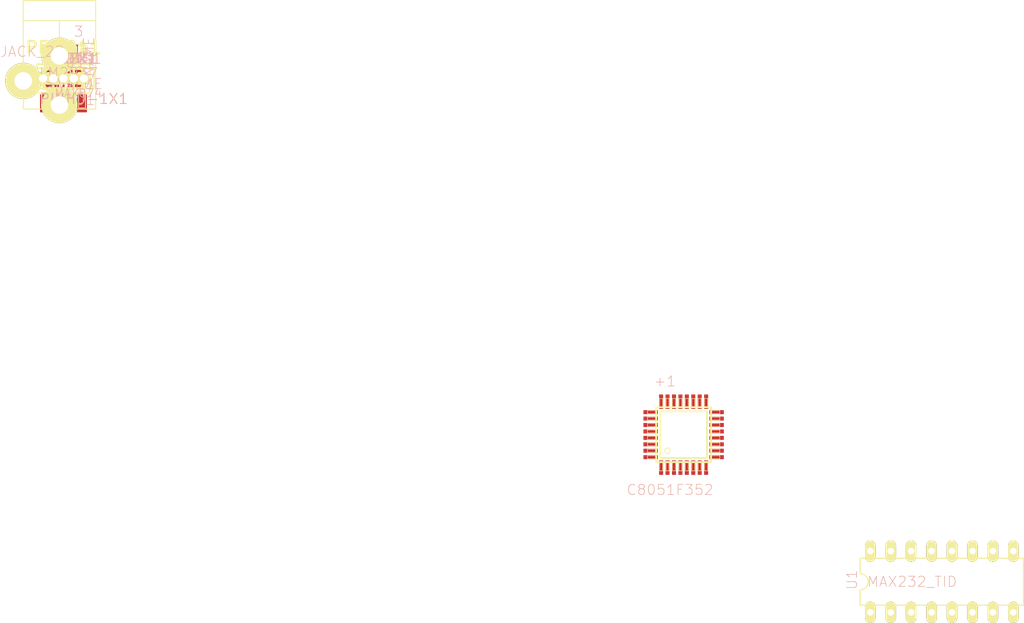
<source format=kicad_pcb>
(kicad_pcb (version 3) (host pcbnew "(2013-07-07 BZR 4022)-stable")

  (general
    (links 82)
    (no_connects 47)
    (area 0 0 0 0)
    (thickness 1.6)
    (drawings 0)
    (tracks 0)
    (zones 0)
    (modules 58)
    (nets 53)
  )

  (page A3)
  (layers
    (15 F.Cu signal)
    (0 B.Cu signal)
    (16 B.Adhes user)
    (17 F.Adhes user)
    (18 B.Paste user)
    (19 F.Paste user)
    (20 B.SilkS user)
    (21 F.SilkS user)
    (22 B.Mask user)
    (23 F.Mask user)
    (24 Dwgs.User user)
    (25 Cmts.User user)
    (26 Eco1.User user)
    (27 Eco2.User user)
    (28 Edge.Cuts user)
  )

  (setup
    (last_trace_width 0.254)
    (trace_clearance 0.254)
    (zone_clearance 0.508)
    (zone_45_only no)
    (trace_min 0.254)
    (segment_width 0.2)
    (edge_width 0.1)
    (via_size 0.889)
    (via_drill 0.635)
    (via_min_size 0.889)
    (via_min_drill 0.508)
    (uvia_size 0.508)
    (uvia_drill 0.127)
    (uvias_allowed no)
    (uvia_min_size 0.508)
    (uvia_min_drill 0.127)
    (pcb_text_width 0.3)
    (pcb_text_size 1.5 1.5)
    (mod_edge_width 0.15)
    (mod_text_size 1 1)
    (mod_text_width 0.15)
    (pad_size 1.5 1.5)
    (pad_drill 0.6)
    (pad_to_mask_clearance 0)
    (aux_axis_origin 0 0)
    (visible_elements 7FFFFFFF)
    (pcbplotparams
      (layerselection 3178497)
      (usegerberextensions true)
      (excludeedgelayer true)
      (linewidth 0.150000)
      (plotframeref false)
      (viasonmask false)
      (mode 1)
      (useauxorigin false)
      (hpglpennumber 1)
      (hpglpenspeed 20)
      (hpglpendiameter 15)
      (hpglpenoverlay 2)
      (psnegative false)
      (psa4output false)
      (plotreference true)
      (plotvalue true)
      (plotothertext true)
      (plotinvisibletext false)
      (padsonsilk false)
      (subtractmaskfromsilk false)
      (outputformat 1)
      (mirror false)
      (drillshape 1)
      (scaleselection 1)
      (outputdirectory ""))
  )

  (net 0 "")
  (net 1 +3.3V)
  (net 2 AGND)
  (net 3 DGND)
  (net 4 GND)
  (net 5 N-000001)
  (net 6 N-000002)
  (net 7 N-000003)
  (net 8 N-000004)
  (net 9 N-000005)
  (net 10 N-000006)
  (net 11 N-000008)
  (net 12 N-000009)
  (net 13 N-000010)
  (net 14 N-000011)
  (net 15 N-000013)
  (net 16 N-000014)
  (net 17 N-000015)
  (net 18 N-000016)
  (net 19 N-000017)
  (net 20 N-000018)
  (net 21 N-000019)
  (net 22 N-000020)
  (net 23 N-000021)
  (net 24 N-000024)
  (net 25 N-000025)
  (net 26 N-000026)
  (net 27 N-000027)
  (net 28 N-000028)
  (net 29 N-000029)
  (net 30 N-000030)
  (net 31 N-000032)
  (net 32 N-000033)
  (net 33 N-000034)
  (net 34 N-000035)
  (net 35 N-000037)
  (net 36 N-000038)
  (net 37 N-000042)
  (net 38 N-000043)
  (net 39 N-000044)
  (net 40 N-000045)
  (net 41 N-000046)
  (net 42 N-000047)
  (net 43 N-000048)
  (net 44 N-000050)
  (net 45 N-000053)
  (net 46 N-000054)
  (net 47 N-000055)
  (net 48 N-000057)
  (net 49 N-000058)
  (net 50 N-000060)
  (net 51 N-000074)
  (net 52 VDD)

  (net_class Default "This is the default net class."
    (clearance 0.254)
    (trace_width 0.254)
    (via_dia 0.889)
    (via_drill 0.635)
    (uvia_dia 0.508)
    (uvia_drill 0.127)
    (add_net "")
    (add_net +3.3V)
    (add_net AGND)
    (add_net DGND)
    (add_net GND)
    (add_net N-000001)
    (add_net N-000002)
    (add_net N-000003)
    (add_net N-000004)
    (add_net N-000005)
    (add_net N-000006)
    (add_net N-000008)
    (add_net N-000009)
    (add_net N-000010)
    (add_net N-000011)
    (add_net N-000013)
    (add_net N-000014)
    (add_net N-000015)
    (add_net N-000016)
    (add_net N-000017)
    (add_net N-000018)
    (add_net N-000019)
    (add_net N-000020)
    (add_net N-000021)
    (add_net N-000024)
    (add_net N-000025)
    (add_net N-000026)
    (add_net N-000027)
    (add_net N-000028)
    (add_net N-000029)
    (add_net N-000030)
    (add_net N-000032)
    (add_net N-000033)
    (add_net N-000034)
    (add_net N-000035)
    (add_net N-000037)
    (add_net N-000038)
    (add_net N-000042)
    (add_net N-000043)
    (add_net N-000044)
    (add_net N-000045)
    (add_net N-000046)
    (add_net N-000047)
    (add_net N-000048)
    (add_net N-000050)
    (add_net N-000053)
    (add_net N-000054)
    (add_net N-000055)
    (add_net N-000057)
    (add_net N-000058)
    (add_net N-000060)
    (add_net N-000074)
    (add_net VDD)
  )

  (module SM1206 (layer F.Cu) (tedit 42806E24) (tstamp 5547D537)
    (at 0 0)
    (path /552C5247)
    (attr smd)
    (fp_text reference R10 (at 0 0) (layer F.SilkS)
      (effects (font (size 0.762 0.762) (thickness 0.127)))
    )
    (fp_text value 2.0 (at 0 0) (layer F.SilkS) hide
      (effects (font (size 0.762 0.762) (thickness 0.127)))
    )
    (fp_line (start -2.54 -1.143) (end -2.54 1.143) (layer F.SilkS) (width 0.127))
    (fp_line (start -2.54 1.143) (end -0.889 1.143) (layer F.SilkS) (width 0.127))
    (fp_line (start 0.889 -1.143) (end 2.54 -1.143) (layer F.SilkS) (width 0.127))
    (fp_line (start 2.54 -1.143) (end 2.54 1.143) (layer F.SilkS) (width 0.127))
    (fp_line (start 2.54 1.143) (end 0.889 1.143) (layer F.SilkS) (width 0.127))
    (fp_line (start -0.889 -1.143) (end -2.54 -1.143) (layer F.SilkS) (width 0.127))
    (pad 1 smd rect (at -1.651 0) (size 1.524 2.032)
      (layers F.Cu F.Paste F.Mask)
      (net 1 +3.3V)
    )
    (pad 2 smd rect (at 1.651 0) (size 1.524 2.032)
      (layers F.Cu F.Paste F.Mask)
      (net 36 N-000038)
    )
    (model smd/chip_cms.wrl
      (at (xyz 0 0 0))
      (scale (xyz 0.17 0.16 0.16))
      (rotate (xyz 0 0 0))
    )
  )

  (module SM1206 (layer F.Cu) (tedit 42806E24) (tstamp 5547D543)
    (at 0 0)
    (path /5526DBBB)
    (attr smd)
    (fp_text reference C32 (at 0 0) (layer F.SilkS)
      (effects (font (size 0.762 0.762) (thickness 0.127)))
    )
    (fp_text value 0,1micF (at 0 0) (layer F.SilkS) hide
      (effects (font (size 0.762 0.762) (thickness 0.127)))
    )
    (fp_line (start -2.54 -1.143) (end -2.54 1.143) (layer F.SilkS) (width 0.127))
    (fp_line (start -2.54 1.143) (end -0.889 1.143) (layer F.SilkS) (width 0.127))
    (fp_line (start 0.889 -1.143) (end 2.54 -1.143) (layer F.SilkS) (width 0.127))
    (fp_line (start 2.54 -1.143) (end 2.54 1.143) (layer F.SilkS) (width 0.127))
    (fp_line (start 2.54 1.143) (end 0.889 1.143) (layer F.SilkS) (width 0.127))
    (fp_line (start -0.889 -1.143) (end -2.54 -1.143) (layer F.SilkS) (width 0.127))
    (pad 1 smd rect (at -1.651 0) (size 1.524 2.032)
      (layers F.Cu F.Paste F.Mask)
      (net 24 N-000024)
    )
    (pad 2 smd rect (at 1.651 0) (size 1.524 2.032)
      (layers F.Cu F.Paste F.Mask)
      (net 4 GND)
    )
    (model smd/chip_cms.wrl
      (at (xyz 0 0 0))
      (scale (xyz 0.17 0.16 0.16))
      (rotate (xyz 0 0 0))
    )
  )

  (module SM1206 (layer F.Cu) (tedit 42806E24) (tstamp 5547D54F)
    (at 0 0)
    (path /5526DE58)
    (attr smd)
    (fp_text reference C34 (at 0 0) (layer F.SilkS)
      (effects (font (size 0.762 0.762) (thickness 0.127)))
    )
    (fp_text value 0,1micF (at 0 0) (layer F.SilkS) hide
      (effects (font (size 0.762 0.762) (thickness 0.127)))
    )
    (fp_line (start -2.54 -1.143) (end -2.54 1.143) (layer F.SilkS) (width 0.127))
    (fp_line (start -2.54 1.143) (end -0.889 1.143) (layer F.SilkS) (width 0.127))
    (fp_line (start 0.889 -1.143) (end 2.54 -1.143) (layer F.SilkS) (width 0.127))
    (fp_line (start 2.54 -1.143) (end 2.54 1.143) (layer F.SilkS) (width 0.127))
    (fp_line (start 2.54 1.143) (end 0.889 1.143) (layer F.SilkS) (width 0.127))
    (fp_line (start -0.889 -1.143) (end -2.54 -1.143) (layer F.SilkS) (width 0.127))
    (pad 1 smd rect (at -1.651 0) (size 1.524 2.032)
      (layers F.Cu F.Paste F.Mask)
      (net 25 N-000025)
    )
    (pad 2 smd rect (at 1.651 0) (size 1.524 2.032)
      (layers F.Cu F.Paste F.Mask)
      (net 4 GND)
    )
    (model smd/chip_cms.wrl
      (at (xyz 0 0 0))
      (scale (xyz 0.17 0.16 0.16))
      (rotate (xyz 0 0 0))
    )
  )

  (module SM1206 (layer F.Cu) (tedit 42806E24) (tstamp 5547D55B)
    (at 0 0)
    (path /5526E07D)
    (attr smd)
    (fp_text reference C33 (at 0 0) (layer F.SilkS)
      (effects (font (size 0.762 0.762) (thickness 0.127)))
    )
    (fp_text value 0,1micF (at 0 0) (layer F.SilkS) hide
      (effects (font (size 0.762 0.762) (thickness 0.127)))
    )
    (fp_line (start -2.54 -1.143) (end -2.54 1.143) (layer F.SilkS) (width 0.127))
    (fp_line (start -2.54 1.143) (end -0.889 1.143) (layer F.SilkS) (width 0.127))
    (fp_line (start 0.889 -1.143) (end 2.54 -1.143) (layer F.SilkS) (width 0.127))
    (fp_line (start 2.54 -1.143) (end 2.54 1.143) (layer F.SilkS) (width 0.127))
    (fp_line (start 2.54 1.143) (end 0.889 1.143) (layer F.SilkS) (width 0.127))
    (fp_line (start -0.889 -1.143) (end -2.54 -1.143) (layer F.SilkS) (width 0.127))
    (pad 1 smd rect (at -1.651 0) (size 1.524 2.032)
      (layers F.Cu F.Paste F.Mask)
      (net 1 +3.3V)
    )
    (pad 2 smd rect (at 1.651 0) (size 1.524 2.032)
      (layers F.Cu F.Paste F.Mask)
      (net 4 GND)
    )
    (model smd/chip_cms.wrl
      (at (xyz 0 0 0))
      (scale (xyz 0.17 0.16 0.16))
      (rotate (xyz 0 0 0))
    )
  )

  (module SM1206 (layer F.Cu) (tedit 42806E24) (tstamp 5547D567)
    (at 0 0)
    (path /552D4E68)
    (attr smd)
    (fp_text reference R13 (at 0 0) (layer F.SilkS)
      (effects (font (size 0.762 0.762) (thickness 0.127)))
    )
    (fp_text value 470 (at 0 0) (layer F.SilkS) hide
      (effects (font (size 0.762 0.762) (thickness 0.127)))
    )
    (fp_line (start -2.54 -1.143) (end -2.54 1.143) (layer F.SilkS) (width 0.127))
    (fp_line (start -2.54 1.143) (end -0.889 1.143) (layer F.SilkS) (width 0.127))
    (fp_line (start 0.889 -1.143) (end 2.54 -1.143) (layer F.SilkS) (width 0.127))
    (fp_line (start 2.54 -1.143) (end 2.54 1.143) (layer F.SilkS) (width 0.127))
    (fp_line (start 2.54 1.143) (end 0.889 1.143) (layer F.SilkS) (width 0.127))
    (fp_line (start -0.889 -1.143) (end -2.54 -1.143) (layer F.SilkS) (width 0.127))
    (pad 1 smd rect (at -1.651 0) (size 1.524 2.032)
      (layers F.Cu F.Paste F.Mask)
      (net 34 N-000035)
    )
    (pad 2 smd rect (at 1.651 0) (size 1.524 2.032)
      (layers F.Cu F.Paste F.Mask)
      (net 35 N-000037)
    )
    (model smd/chip_cms.wrl
      (at (xyz 0 0 0))
      (scale (xyz 0.17 0.16 0.16))
      (rotate (xyz 0 0 0))
    )
  )

  (module SM1206 (layer F.Cu) (tedit 42806E24) (tstamp 5547D573)
    (at 0 0)
    (path /552C44E7)
    (attr smd)
    (fp_text reference C19 (at 0 0) (layer F.SilkS)
      (effects (font (size 0.762 0.762) (thickness 0.127)))
    )
    (fp_text value C (at 0 0) (layer F.SilkS) hide
      (effects (font (size 0.762 0.762) (thickness 0.127)))
    )
    (fp_line (start -2.54 -1.143) (end -2.54 1.143) (layer F.SilkS) (width 0.127))
    (fp_line (start -2.54 1.143) (end -0.889 1.143) (layer F.SilkS) (width 0.127))
    (fp_line (start 0.889 -1.143) (end 2.54 -1.143) (layer F.SilkS) (width 0.127))
    (fp_line (start 2.54 -1.143) (end 2.54 1.143) (layer F.SilkS) (width 0.127))
    (fp_line (start 2.54 1.143) (end 0.889 1.143) (layer F.SilkS) (width 0.127))
    (fp_line (start -0.889 -1.143) (end -2.54 -1.143) (layer F.SilkS) (width 0.127))
    (pad 1 smd rect (at -1.651 0) (size 1.524 2.032)
      (layers F.Cu F.Paste F.Mask)
    )
    (pad 2 smd rect (at 1.651 0) (size 1.524 2.032)
      (layers F.Cu F.Paste F.Mask)
      (net 3 DGND)
    )
    (model smd/chip_cms.wrl
      (at (xyz 0 0 0))
      (scale (xyz 0.17 0.16 0.16))
      (rotate (xyz 0 0 0))
    )
  )

  (module SM1206 (layer F.Cu) (tedit 42806E24) (tstamp 5547D57F)
    (at 0 0)
    (path /552C4886)
    (attr smd)
    (fp_text reference C17 (at 0 0) (layer F.SilkS)
      (effects (font (size 0.762 0.762) (thickness 0.127)))
    )
    (fp_text value C (at 0 0) (layer F.SilkS) hide
      (effects (font (size 0.762 0.762) (thickness 0.127)))
    )
    (fp_line (start -2.54 -1.143) (end -2.54 1.143) (layer F.SilkS) (width 0.127))
    (fp_line (start -2.54 1.143) (end -0.889 1.143) (layer F.SilkS) (width 0.127))
    (fp_line (start 0.889 -1.143) (end 2.54 -1.143) (layer F.SilkS) (width 0.127))
    (fp_line (start 2.54 -1.143) (end 2.54 1.143) (layer F.SilkS) (width 0.127))
    (fp_line (start 2.54 1.143) (end 0.889 1.143) (layer F.SilkS) (width 0.127))
    (fp_line (start -0.889 -1.143) (end -2.54 -1.143) (layer F.SilkS) (width 0.127))
    (pad 1 smd rect (at -1.651 0) (size 1.524 2.032)
      (layers F.Cu F.Paste F.Mask)
      (net 15 N-000013)
    )
    (pad 2 smd rect (at 1.651 0) (size 1.524 2.032)
      (layers F.Cu F.Paste F.Mask)
      (net 4 GND)
    )
    (model smd/chip_cms.wrl
      (at (xyz 0 0 0))
      (scale (xyz 0.17 0.16 0.16))
      (rotate (xyz 0 0 0))
    )
  )

  (module SM1206 (layer F.Cu) (tedit 42806E24) (tstamp 5547D58B)
    (at 0 0)
    (path /552D4B36)
    (attr smd)
    (fp_text reference R9 (at 0 0) (layer F.SilkS)
      (effects (font (size 0.762 0.762) (thickness 0.127)))
    )
    (fp_text value 470 (at 0 0) (layer F.SilkS) hide
      (effects (font (size 0.762 0.762) (thickness 0.127)))
    )
    (fp_line (start -2.54 -1.143) (end -2.54 1.143) (layer F.SilkS) (width 0.127))
    (fp_line (start -2.54 1.143) (end -0.889 1.143) (layer F.SilkS) (width 0.127))
    (fp_line (start 0.889 -1.143) (end 2.54 -1.143) (layer F.SilkS) (width 0.127))
    (fp_line (start 2.54 -1.143) (end 2.54 1.143) (layer F.SilkS) (width 0.127))
    (fp_line (start 2.54 1.143) (end 0.889 1.143) (layer F.SilkS) (width 0.127))
    (fp_line (start -0.889 -1.143) (end -2.54 -1.143) (layer F.SilkS) (width 0.127))
    (pad 1 smd rect (at -1.651 0) (size 1.524 2.032)
      (layers F.Cu F.Paste F.Mask)
      (net 1 +3.3V)
    )
    (pad 2 smd rect (at 1.651 0) (size 1.524 2.032)
      (layers F.Cu F.Paste F.Mask)
      (net 30 N-000030)
    )
    (model smd/chip_cms.wrl
      (at (xyz 0 0 0))
      (scale (xyz 0.17 0.16 0.16))
      (rotate (xyz 0 0 0))
    )
  )

  (module SM1206 (layer F.Cu) (tedit 42806E24) (tstamp 5547D597)
    (at 0 0)
    (path /552C6D98)
    (attr smd)
    (fp_text reference C15 (at 0 0) (layer F.SilkS)
      (effects (font (size 0.762 0.762) (thickness 0.127)))
    )
    (fp_text value 0,1micF (at 0 0) (layer F.SilkS) hide
      (effects (font (size 0.762 0.762) (thickness 0.127)))
    )
    (fp_line (start -2.54 -1.143) (end -2.54 1.143) (layer F.SilkS) (width 0.127))
    (fp_line (start -2.54 1.143) (end -0.889 1.143) (layer F.SilkS) (width 0.127))
    (fp_line (start 0.889 -1.143) (end 2.54 -1.143) (layer F.SilkS) (width 0.127))
    (fp_line (start 2.54 -1.143) (end 2.54 1.143) (layer F.SilkS) (width 0.127))
    (fp_line (start 2.54 1.143) (end 0.889 1.143) (layer F.SilkS) (width 0.127))
    (fp_line (start -0.889 -1.143) (end -2.54 -1.143) (layer F.SilkS) (width 0.127))
    (pad 1 smd rect (at -1.651 0) (size 1.524 2.032)
      (layers F.Cu F.Paste F.Mask)
      (net 50 N-000060)
    )
    (pad 2 smd rect (at 1.651 0) (size 1.524 2.032)
      (layers F.Cu F.Paste F.Mask)
      (net 3 DGND)
    )
    (model smd/chip_cms.wrl
      (at (xyz 0 0 0))
      (scale (xyz 0.17 0.16 0.16))
      (rotate (xyz 0 0 0))
    )
  )

  (module SM1206 (layer F.Cu) (tedit 42806E24) (tstamp 5547D5A3)
    (at 0 0)
    (path /5526E163)
    (attr smd)
    (fp_text reference C30 (at 0 0) (layer F.SilkS)
      (effects (font (size 0.762 0.762) (thickness 0.127)))
    )
    (fp_text value 0,1mF (at 0 0) (layer F.SilkS) hide
      (effects (font (size 0.762 0.762) (thickness 0.127)))
    )
    (fp_line (start -2.54 -1.143) (end -2.54 1.143) (layer F.SilkS) (width 0.127))
    (fp_line (start -2.54 1.143) (end -0.889 1.143) (layer F.SilkS) (width 0.127))
    (fp_line (start 0.889 -1.143) (end 2.54 -1.143) (layer F.SilkS) (width 0.127))
    (fp_line (start 2.54 -1.143) (end 2.54 1.143) (layer F.SilkS) (width 0.127))
    (fp_line (start 2.54 1.143) (end 0.889 1.143) (layer F.SilkS) (width 0.127))
    (fp_line (start -0.889 -1.143) (end -2.54 -1.143) (layer F.SilkS) (width 0.127))
    (pad 1 smd rect (at -1.651 0) (size 1.524 2.032)
      (layers F.Cu F.Paste F.Mask)
      (net 21 N-000019)
    )
    (pad 2 smd rect (at 1.651 0) (size 1.524 2.032)
      (layers F.Cu F.Paste F.Mask)
      (net 22 N-000020)
    )
    (model smd/chip_cms.wrl
      (at (xyz 0 0 0))
      (scale (xyz 0.17 0.16 0.16))
      (rotate (xyz 0 0 0))
    )
  )

  (module SM1206 (layer F.Cu) (tedit 42806E24) (tstamp 5547D5AF)
    (at 0 0)
    (path /552C5256)
    (attr smd)
    (fp_text reference R12 (at 0 0) (layer F.SilkS)
      (effects (font (size 0.762 0.762) (thickness 0.127)))
    )
    (fp_text value 2.0 (at 0 0) (layer F.SilkS) hide
      (effects (font (size 0.762 0.762) (thickness 0.127)))
    )
    (fp_line (start -2.54 -1.143) (end -2.54 1.143) (layer F.SilkS) (width 0.127))
    (fp_line (start -2.54 1.143) (end -0.889 1.143) (layer F.SilkS) (width 0.127))
    (fp_line (start 0.889 -1.143) (end 2.54 -1.143) (layer F.SilkS) (width 0.127))
    (fp_line (start 2.54 -1.143) (end 2.54 1.143) (layer F.SilkS) (width 0.127))
    (fp_line (start 2.54 1.143) (end 0.889 1.143) (layer F.SilkS) (width 0.127))
    (fp_line (start -0.889 -1.143) (end -2.54 -1.143) (layer F.SilkS) (width 0.127))
    (pad 1 smd rect (at -1.651 0) (size 1.524 2.032)
      (layers F.Cu F.Paste F.Mask)
      (net 52 VDD)
    )
    (pad 2 smd rect (at 1.651 0) (size 1.524 2.032)
      (layers F.Cu F.Paste F.Mask)
      (net 36 N-000038)
    )
    (model smd/chip_cms.wrl
      (at (xyz 0 0 0))
      (scale (xyz 0.17 0.16 0.16))
      (rotate (xyz 0 0 0))
    )
  )

  (module SM1206 (layer F.Cu) (tedit 42806E24) (tstamp 5547D5BB)
    (at 0 0)
    (path /552C5265)
    (attr smd)
    (fp_text reference R11 (at 0 0) (layer F.SilkS)
      (effects (font (size 0.762 0.762) (thickness 0.127)))
    )
    (fp_text value 2.0 (at 0 0) (layer F.SilkS) hide
      (effects (font (size 0.762 0.762) (thickness 0.127)))
    )
    (fp_line (start -2.54 -1.143) (end -2.54 1.143) (layer F.SilkS) (width 0.127))
    (fp_line (start -2.54 1.143) (end -0.889 1.143) (layer F.SilkS) (width 0.127))
    (fp_line (start 0.889 -1.143) (end 2.54 -1.143) (layer F.SilkS) (width 0.127))
    (fp_line (start 2.54 -1.143) (end 2.54 1.143) (layer F.SilkS) (width 0.127))
    (fp_line (start 2.54 1.143) (end 0.889 1.143) (layer F.SilkS) (width 0.127))
    (fp_line (start -0.889 -1.143) (end -2.54 -1.143) (layer F.SilkS) (width 0.127))
    (pad 1 smd rect (at -1.651 0) (size 1.524 2.032)
      (layers F.Cu F.Paste F.Mask)
      (net 51 N-000074)
    )
    (pad 2 smd rect (at 1.651 0) (size 1.524 2.032)
      (layers F.Cu F.Paste F.Mask)
      (net 36 N-000038)
    )
    (model smd/chip_cms.wrl
      (at (xyz 0 0 0))
      (scale (xyz 0.17 0.16 0.16))
      (rotate (xyz 0 0 0))
    )
  )

  (module SM1206 (layer F.Cu) (tedit 42806E24) (tstamp 5547D5C7)
    (at 0 0)
    (path /552C560E)
    (attr smd)
    (fp_text reference C14 (at 0 0) (layer F.SilkS)
      (effects (font (size 0.762 0.762) (thickness 0.127)))
    )
    (fp_text value 0,1micF (at 0 0) (layer F.SilkS) hide
      (effects (font (size 0.762 0.762) (thickness 0.127)))
    )
    (fp_line (start -2.54 -1.143) (end -2.54 1.143) (layer F.SilkS) (width 0.127))
    (fp_line (start -2.54 1.143) (end -0.889 1.143) (layer F.SilkS) (width 0.127))
    (fp_line (start 0.889 -1.143) (end 2.54 -1.143) (layer F.SilkS) (width 0.127))
    (fp_line (start 2.54 -1.143) (end 2.54 1.143) (layer F.SilkS) (width 0.127))
    (fp_line (start 2.54 1.143) (end 0.889 1.143) (layer F.SilkS) (width 0.127))
    (fp_line (start -0.889 -1.143) (end -2.54 -1.143) (layer F.SilkS) (width 0.127))
    (pad 1 smd rect (at -1.651 0) (size 1.524 2.032)
      (layers F.Cu F.Paste F.Mask)
      (net 1 +3.3V)
    )
    (pad 2 smd rect (at 1.651 0) (size 1.524 2.032)
      (layers F.Cu F.Paste F.Mask)
      (net 4 GND)
    )
    (model smd/chip_cms.wrl
      (at (xyz 0 0 0))
      (scale (xyz 0.17 0.16 0.16))
      (rotate (xyz 0 0 0))
    )
  )

  (module SM1206 (layer F.Cu) (tedit 42806E24) (tstamp 5547D5D3)
    (at 0 0)
    (path /552C5629)
    (attr smd)
    (fp_text reference C13 (at 0 0) (layer F.SilkS)
      (effects (font (size 0.762 0.762) (thickness 0.127)))
    )
    (fp_text value 0,1micF (at 0 0) (layer F.SilkS) hide
      (effects (font (size 0.762 0.762) (thickness 0.127)))
    )
    (fp_line (start -2.54 -1.143) (end -2.54 1.143) (layer F.SilkS) (width 0.127))
    (fp_line (start -2.54 1.143) (end -0.889 1.143) (layer F.SilkS) (width 0.127))
    (fp_line (start 0.889 -1.143) (end 2.54 -1.143) (layer F.SilkS) (width 0.127))
    (fp_line (start 2.54 -1.143) (end 2.54 1.143) (layer F.SilkS) (width 0.127))
    (fp_line (start 2.54 1.143) (end 0.889 1.143) (layer F.SilkS) (width 0.127))
    (fp_line (start -0.889 -1.143) (end -2.54 -1.143) (layer F.SilkS) (width 0.127))
    (pad 1 smd rect (at -1.651 0) (size 1.524 2.032)
      (layers F.Cu F.Paste F.Mask)
      (net 1 +3.3V)
    )
    (pad 2 smd rect (at 1.651 0) (size 1.524 2.032)
      (layers F.Cu F.Paste F.Mask)
      (net 4 GND)
    )
    (model smd/chip_cms.wrl
      (at (xyz 0 0 0))
      (scale (xyz 0.17 0.16 0.16))
      (rotate (xyz 0 0 0))
    )
  )

  (module SM1206 (layer F.Cu) (tedit 42806E24) (tstamp 5547D5DF)
    (at 0 0)
    (path /552C5E2A)
    (attr smd)
    (fp_text reference C12 (at 0 0) (layer F.SilkS)
      (effects (font (size 0.762 0.762) (thickness 0.127)))
    )
    (fp_text value 0,1micF (at 0 0) (layer F.SilkS) hide
      (effects (font (size 0.762 0.762) (thickness 0.127)))
    )
    (fp_line (start -2.54 -1.143) (end -2.54 1.143) (layer F.SilkS) (width 0.127))
    (fp_line (start -2.54 1.143) (end -0.889 1.143) (layer F.SilkS) (width 0.127))
    (fp_line (start 0.889 -1.143) (end 2.54 -1.143) (layer F.SilkS) (width 0.127))
    (fp_line (start 2.54 -1.143) (end 2.54 1.143) (layer F.SilkS) (width 0.127))
    (fp_line (start 2.54 1.143) (end 0.889 1.143) (layer F.SilkS) (width 0.127))
    (fp_line (start -0.889 -1.143) (end -2.54 -1.143) (layer F.SilkS) (width 0.127))
    (pad 1 smd rect (at -1.651 0) (size 1.524 2.032)
      (layers F.Cu F.Paste F.Mask)
      (net 52 VDD)
    )
    (pad 2 smd rect (at 1.651 0) (size 1.524 2.032)
      (layers F.Cu F.Paste F.Mask)
      (net 4 GND)
    )
    (model smd/chip_cms.wrl
      (at (xyz 0 0 0))
      (scale (xyz 0.17 0.16 0.16))
      (rotate (xyz 0 0 0))
    )
  )

  (module SM1206 (layer F.Cu) (tedit 42806E24) (tstamp 5547D5EB)
    (at 0 0)
    (path /552C5E39)
    (attr smd)
    (fp_text reference C11 (at 0 0) (layer F.SilkS)
      (effects (font (size 0.762 0.762) (thickness 0.127)))
    )
    (fp_text value 1micF (at 0 0) (layer F.SilkS) hide
      (effects (font (size 0.762 0.762) (thickness 0.127)))
    )
    (fp_line (start -2.54 -1.143) (end -2.54 1.143) (layer F.SilkS) (width 0.127))
    (fp_line (start -2.54 1.143) (end -0.889 1.143) (layer F.SilkS) (width 0.127))
    (fp_line (start 0.889 -1.143) (end 2.54 -1.143) (layer F.SilkS) (width 0.127))
    (fp_line (start 2.54 -1.143) (end 2.54 1.143) (layer F.SilkS) (width 0.127))
    (fp_line (start 2.54 1.143) (end 0.889 1.143) (layer F.SilkS) (width 0.127))
    (fp_line (start -0.889 -1.143) (end -2.54 -1.143) (layer F.SilkS) (width 0.127))
    (pad 1 smd rect (at -1.651 0) (size 1.524 2.032)
      (layers F.Cu F.Paste F.Mask)
      (net 52 VDD)
    )
    (pad 2 smd rect (at 1.651 0) (size 1.524 2.032)
      (layers F.Cu F.Paste F.Mask)
      (net 4 GND)
    )
    (model smd/chip_cms.wrl
      (at (xyz 0 0 0))
      (scale (xyz 0.17 0.16 0.16))
      (rotate (xyz 0 0 0))
    )
  )

  (module SM1206 (layer F.Cu) (tedit 42806E24) (tstamp 5547D5F7)
    (at 0 0)
    (path /552C6235)
    (attr smd)
    (fp_text reference C10 (at 0 0) (layer F.SilkS)
      (effects (font (size 0.762 0.762) (thickness 0.127)))
    )
    (fp_text value 0,1micF (at 0 0) (layer F.SilkS) hide
      (effects (font (size 0.762 0.762) (thickness 0.127)))
    )
    (fp_line (start -2.54 -1.143) (end -2.54 1.143) (layer F.SilkS) (width 0.127))
    (fp_line (start -2.54 1.143) (end -0.889 1.143) (layer F.SilkS) (width 0.127))
    (fp_line (start 0.889 -1.143) (end 2.54 -1.143) (layer F.SilkS) (width 0.127))
    (fp_line (start 2.54 -1.143) (end 2.54 1.143) (layer F.SilkS) (width 0.127))
    (fp_line (start 2.54 1.143) (end 0.889 1.143) (layer F.SilkS) (width 0.127))
    (fp_line (start -0.889 -1.143) (end -2.54 -1.143) (layer F.SilkS) (width 0.127))
    (pad 1 smd rect (at -1.651 0) (size 1.524 2.032)
      (layers F.Cu F.Paste F.Mask)
      (net 51 N-000074)
    )
    (pad 2 smd rect (at 1.651 0) (size 1.524 2.032)
      (layers F.Cu F.Paste F.Mask)
      (net 4 GND)
    )
    (model smd/chip_cms.wrl
      (at (xyz 0 0 0))
      (scale (xyz 0.17 0.16 0.16))
      (rotate (xyz 0 0 0))
    )
  )

  (module SM1206 (layer F.Cu) (tedit 42806E24) (tstamp 5547D603)
    (at 0 0)
    (path /552C6244)
    (attr smd)
    (fp_text reference C9 (at 0 0) (layer F.SilkS)
      (effects (font (size 0.762 0.762) (thickness 0.127)))
    )
    (fp_text value 0,1micF (at 0 0) (layer F.SilkS) hide
      (effects (font (size 0.762 0.762) (thickness 0.127)))
    )
    (fp_line (start -2.54 -1.143) (end -2.54 1.143) (layer F.SilkS) (width 0.127))
    (fp_line (start -2.54 1.143) (end -0.889 1.143) (layer F.SilkS) (width 0.127))
    (fp_line (start 0.889 -1.143) (end 2.54 -1.143) (layer F.SilkS) (width 0.127))
    (fp_line (start 2.54 -1.143) (end 2.54 1.143) (layer F.SilkS) (width 0.127))
    (fp_line (start 2.54 1.143) (end 0.889 1.143) (layer F.SilkS) (width 0.127))
    (fp_line (start -0.889 -1.143) (end -2.54 -1.143) (layer F.SilkS) (width 0.127))
    (pad 1 smd rect (at -1.651 0) (size 1.524 2.032)
      (layers F.Cu F.Paste F.Mask)
      (net 51 N-000074)
    )
    (pad 2 smd rect (at 1.651 0) (size 1.524 2.032)
      (layers F.Cu F.Paste F.Mask)
      (net 4 GND)
    )
    (model smd/chip_cms.wrl
      (at (xyz 0 0 0))
      (scale (xyz 0.17 0.16 0.16))
      (rotate (xyz 0 0 0))
    )
  )

  (module SM1206 (layer F.Cu) (tedit 42806E24) (tstamp 5547D60F)
    (at 0 0)
    (path /552426BE)
    (attr smd)
    (fp_text reference R7 (at 0 0) (layer F.SilkS)
      (effects (font (size 0.762 0.762) (thickness 0.127)))
    )
    (fp_text value 100ohm (at 0 0) (layer F.SilkS) hide
      (effects (font (size 0.762 0.762) (thickness 0.127)))
    )
    (fp_line (start -2.54 -1.143) (end -2.54 1.143) (layer F.SilkS) (width 0.127))
    (fp_line (start -2.54 1.143) (end -0.889 1.143) (layer F.SilkS) (width 0.127))
    (fp_line (start 0.889 -1.143) (end 2.54 -1.143) (layer F.SilkS) (width 0.127))
    (fp_line (start 2.54 -1.143) (end 2.54 1.143) (layer F.SilkS) (width 0.127))
    (fp_line (start 2.54 1.143) (end 0.889 1.143) (layer F.SilkS) (width 0.127))
    (fp_line (start -0.889 -1.143) (end -2.54 -1.143) (layer F.SilkS) (width 0.127))
    (pad 1 smd rect (at -1.651 0) (size 1.524 2.032)
      (layers F.Cu F.Paste F.Mask)
      (net 46 N-000054)
    )
    (pad 2 smd rect (at 1.651 0) (size 1.524 2.032)
      (layers F.Cu F.Paste F.Mask)
      (net 12 N-000009)
    )
    (model smd/chip_cms.wrl
      (at (xyz 0 0 0))
      (scale (xyz 0.17 0.16 0.16))
      (rotate (xyz 0 0 0))
    )
  )

  (module SM1206 (layer F.Cu) (tedit 42806E24) (tstamp 5547D61B)
    (at 0 0)
    (path /5524249A)
    (attr smd)
    (fp_text reference R3 (at 0 0) (layer F.SilkS)
      (effects (font (size 0.762 0.762) (thickness 0.127)))
    )
    (fp_text value 100ohm (at 0 0) (layer F.SilkS) hide
      (effects (font (size 0.762 0.762) (thickness 0.127)))
    )
    (fp_line (start -2.54 -1.143) (end -2.54 1.143) (layer F.SilkS) (width 0.127))
    (fp_line (start -2.54 1.143) (end -0.889 1.143) (layer F.SilkS) (width 0.127))
    (fp_line (start 0.889 -1.143) (end 2.54 -1.143) (layer F.SilkS) (width 0.127))
    (fp_line (start 2.54 -1.143) (end 2.54 1.143) (layer F.SilkS) (width 0.127))
    (fp_line (start 2.54 1.143) (end 0.889 1.143) (layer F.SilkS) (width 0.127))
    (fp_line (start -0.889 -1.143) (end -2.54 -1.143) (layer F.SilkS) (width 0.127))
    (pad 1 smd rect (at -1.651 0) (size 1.524 2.032)
      (layers F.Cu F.Paste F.Mask)
      (net 44 N-000050)
    )
    (pad 2 smd rect (at 1.651 0) (size 1.524 2.032)
      (layers F.Cu F.Paste F.Mask)
      (net 11 N-000008)
    )
    (model smd/chip_cms.wrl
      (at (xyz 0 0 0))
      (scale (xyz 0.17 0.16 0.16))
      (rotate (xyz 0 0 0))
    )
  )

  (module SM1206 (layer F.Cu) (tedit 42806E24) (tstamp 5547D627)
    (at 0 0)
    (path /55242560)
    (attr smd)
    (fp_text reference C2 (at 0 0) (layer F.SilkS)
      (effects (font (size 0.762 0.762) (thickness 0.127)))
    )
    (fp_text value 0,1micF (at 0 0) (layer F.SilkS) hide
      (effects (font (size 0.762 0.762) (thickness 0.127)))
    )
    (fp_line (start -2.54 -1.143) (end -2.54 1.143) (layer F.SilkS) (width 0.127))
    (fp_line (start -2.54 1.143) (end -0.889 1.143) (layer F.SilkS) (width 0.127))
    (fp_line (start 0.889 -1.143) (end 2.54 -1.143) (layer F.SilkS) (width 0.127))
    (fp_line (start 2.54 -1.143) (end 2.54 1.143) (layer F.SilkS) (width 0.127))
    (fp_line (start 2.54 1.143) (end 0.889 1.143) (layer F.SilkS) (width 0.127))
    (fp_line (start -0.889 -1.143) (end -2.54 -1.143) (layer F.SilkS) (width 0.127))
    (pad 1 smd rect (at -1.651 0) (size 1.524 2.032)
      (layers F.Cu F.Paste F.Mask)
      (net 43 N-000048)
    )
    (pad 2 smd rect (at 1.651 0) (size 1.524 2.032)
      (layers F.Cu F.Paste F.Mask)
      (net 3 DGND)
    )
    (model smd/chip_cms.wrl
      (at (xyz 0 0 0))
      (scale (xyz 0.17 0.16 0.16))
      (rotate (xyz 0 0 0))
    )
  )

  (module SM1206 (layer F.Cu) (tedit 42806E24) (tstamp 5547D633)
    (at 0 0)
    (path /55242566)
    (attr smd)
    (fp_text reference R2 (at 0 0) (layer F.SilkS)
      (effects (font (size 0.762 0.762) (thickness 0.127)))
    )
    (fp_text value 100ohm (at 0 0) (layer F.SilkS) hide
      (effects (font (size 0.762 0.762) (thickness 0.127)))
    )
    (fp_line (start -2.54 -1.143) (end -2.54 1.143) (layer F.SilkS) (width 0.127))
    (fp_line (start -2.54 1.143) (end -0.889 1.143) (layer F.SilkS) (width 0.127))
    (fp_line (start 0.889 -1.143) (end 2.54 -1.143) (layer F.SilkS) (width 0.127))
    (fp_line (start 2.54 -1.143) (end 2.54 1.143) (layer F.SilkS) (width 0.127))
    (fp_line (start 2.54 1.143) (end 0.889 1.143) (layer F.SilkS) (width 0.127))
    (fp_line (start -0.889 -1.143) (end -2.54 -1.143) (layer F.SilkS) (width 0.127))
    (pad 1 smd rect (at -1.651 0) (size 1.524 2.032)
      (layers F.Cu F.Paste F.Mask)
      (net 43 N-000048)
    )
    (pad 2 smd rect (at 1.651 0) (size 1.524 2.032)
      (layers F.Cu F.Paste F.Mask)
      (net 42 N-000047)
    )
    (model smd/chip_cms.wrl
      (at (xyz 0 0 0))
      (scale (xyz 0.17 0.16 0.16))
      (rotate (xyz 0 0 0))
    )
  )

  (module SM1206 (layer F.Cu) (tedit 42806E24) (tstamp 5547D63F)
    (at 0 0)
    (path /55242576)
    (attr smd)
    (fp_text reference C1 (at 0 0) (layer F.SilkS)
      (effects (font (size 0.762 0.762) (thickness 0.127)))
    )
    (fp_text value 0,1micF (at 0 0) (layer F.SilkS) hide
      (effects (font (size 0.762 0.762) (thickness 0.127)))
    )
    (fp_line (start -2.54 -1.143) (end -2.54 1.143) (layer F.SilkS) (width 0.127))
    (fp_line (start -2.54 1.143) (end -0.889 1.143) (layer F.SilkS) (width 0.127))
    (fp_line (start 0.889 -1.143) (end 2.54 -1.143) (layer F.SilkS) (width 0.127))
    (fp_line (start 2.54 -1.143) (end 2.54 1.143) (layer F.SilkS) (width 0.127))
    (fp_line (start 2.54 1.143) (end 0.889 1.143) (layer F.SilkS) (width 0.127))
    (fp_line (start -0.889 -1.143) (end -2.54 -1.143) (layer F.SilkS) (width 0.127))
    (pad 1 smd rect (at -1.651 0) (size 1.524 2.032)
      (layers F.Cu F.Paste F.Mask)
      (net 40 N-000045)
    )
    (pad 2 smd rect (at 1.651 0) (size 1.524 2.032)
      (layers F.Cu F.Paste F.Mask)
      (net 3 DGND)
    )
    (model smd/chip_cms.wrl
      (at (xyz 0 0 0))
      (scale (xyz 0.17 0.16 0.16))
      (rotate (xyz 0 0 0))
    )
  )

  (module SM1206 (layer F.Cu) (tedit 42806E24) (tstamp 5547D64B)
    (at 0 0)
    (path /5524257C)
    (attr smd)
    (fp_text reference R1 (at 0 0) (layer F.SilkS)
      (effects (font (size 0.762 0.762) (thickness 0.127)))
    )
    (fp_text value 100ohm (at 0 0) (layer F.SilkS) hide
      (effects (font (size 0.762 0.762) (thickness 0.127)))
    )
    (fp_line (start -2.54 -1.143) (end -2.54 1.143) (layer F.SilkS) (width 0.127))
    (fp_line (start -2.54 1.143) (end -0.889 1.143) (layer F.SilkS) (width 0.127))
    (fp_line (start 0.889 -1.143) (end 2.54 -1.143) (layer F.SilkS) (width 0.127))
    (fp_line (start 2.54 -1.143) (end 2.54 1.143) (layer F.SilkS) (width 0.127))
    (fp_line (start 2.54 1.143) (end 0.889 1.143) (layer F.SilkS) (width 0.127))
    (fp_line (start -0.889 -1.143) (end -2.54 -1.143) (layer F.SilkS) (width 0.127))
    (pad 1 smd rect (at -1.651 0) (size 1.524 2.032)
      (layers F.Cu F.Paste F.Mask)
      (net 40 N-000045)
    )
    (pad 2 smd rect (at 1.651 0) (size 1.524 2.032)
      (layers F.Cu F.Paste F.Mask)
      (net 39 N-000044)
    )
    (model smd/chip_cms.wrl
      (at (xyz 0 0 0))
      (scale (xyz 0.17 0.16 0.16))
      (rotate (xyz 0 0 0))
    )
  )

  (module SM1206 (layer F.Cu) (tedit 42806E24) (tstamp 5547D657)
    (at 0 0)
    (path /5524258C)
    (attr smd)
    (fp_text reference C4 (at 0 0) (layer F.SilkS)
      (effects (font (size 0.762 0.762) (thickness 0.127)))
    )
    (fp_text value 0,1micF (at 0 0) (layer F.SilkS) hide
      (effects (font (size 0.762 0.762) (thickness 0.127)))
    )
    (fp_line (start -2.54 -1.143) (end -2.54 1.143) (layer F.SilkS) (width 0.127))
    (fp_line (start -2.54 1.143) (end -0.889 1.143) (layer F.SilkS) (width 0.127))
    (fp_line (start 0.889 -1.143) (end 2.54 -1.143) (layer F.SilkS) (width 0.127))
    (fp_line (start 2.54 -1.143) (end 2.54 1.143) (layer F.SilkS) (width 0.127))
    (fp_line (start 2.54 1.143) (end 0.889 1.143) (layer F.SilkS) (width 0.127))
    (fp_line (start -0.889 -1.143) (end -2.54 -1.143) (layer F.SilkS) (width 0.127))
    (pad 1 smd rect (at -1.651 0) (size 1.524 2.032)
      (layers F.Cu F.Paste F.Mask)
      (net 38 N-000043)
    )
    (pad 2 smd rect (at 1.651 0) (size 1.524 2.032)
      (layers F.Cu F.Paste F.Mask)
      (net 3 DGND)
    )
    (model smd/chip_cms.wrl
      (at (xyz 0 0 0))
      (scale (xyz 0.17 0.16 0.16))
      (rotate (xyz 0 0 0))
    )
  )

  (module SM1206 (layer F.Cu) (tedit 42806E24) (tstamp 5547D663)
    (at 0 0)
    (path /55242592)
    (attr smd)
    (fp_text reference R4 (at 0 0) (layer F.SilkS)
      (effects (font (size 0.762 0.762) (thickness 0.127)))
    )
    (fp_text value 100ohm (at 0 0) (layer F.SilkS) hide
      (effects (font (size 0.762 0.762) (thickness 0.127)))
    )
    (fp_line (start -2.54 -1.143) (end -2.54 1.143) (layer F.SilkS) (width 0.127))
    (fp_line (start -2.54 1.143) (end -0.889 1.143) (layer F.SilkS) (width 0.127))
    (fp_line (start 0.889 -1.143) (end 2.54 -1.143) (layer F.SilkS) (width 0.127))
    (fp_line (start 2.54 -1.143) (end 2.54 1.143) (layer F.SilkS) (width 0.127))
    (fp_line (start 2.54 1.143) (end 0.889 1.143) (layer F.SilkS) (width 0.127))
    (fp_line (start -0.889 -1.143) (end -2.54 -1.143) (layer F.SilkS) (width 0.127))
    (pad 1 smd rect (at -1.651 0) (size 1.524 2.032)
      (layers F.Cu F.Paste F.Mask)
      (net 38 N-000043)
    )
    (pad 2 smd rect (at 1.651 0) (size 1.524 2.032)
      (layers F.Cu F.Paste F.Mask)
      (net 37 N-000042)
    )
    (model smd/chip_cms.wrl
      (at (xyz 0 0 0))
      (scale (xyz 0.17 0.16 0.16))
      (rotate (xyz 0 0 0))
    )
  )

  (module SM1206 (layer F.Cu) (tedit 42806E24) (tstamp 5547D66F)
    (at 0 0)
    (path /552425AE)
    (attr smd)
    (fp_text reference C5 (at 0 0) (layer F.SilkS)
      (effects (font (size 0.762 0.762) (thickness 0.127)))
    )
    (fp_text value 0,1micF (at 0 0) (layer F.SilkS) hide
      (effects (font (size 0.762 0.762) (thickness 0.127)))
    )
    (fp_line (start -2.54 -1.143) (end -2.54 1.143) (layer F.SilkS) (width 0.127))
    (fp_line (start -2.54 1.143) (end -0.889 1.143) (layer F.SilkS) (width 0.127))
    (fp_line (start 0.889 -1.143) (end 2.54 -1.143) (layer F.SilkS) (width 0.127))
    (fp_line (start 2.54 -1.143) (end 2.54 1.143) (layer F.SilkS) (width 0.127))
    (fp_line (start 2.54 1.143) (end 0.889 1.143) (layer F.SilkS) (width 0.127))
    (fp_line (start -0.889 -1.143) (end -2.54 -1.143) (layer F.SilkS) (width 0.127))
    (pad 1 smd rect (at -1.651 0) (size 1.524 2.032)
      (layers F.Cu F.Paste F.Mask)
      (net 41 N-000046)
    )
    (pad 2 smd rect (at 1.651 0) (size 1.524 2.032)
      (layers F.Cu F.Paste F.Mask)
    )
    (model smd/chip_cms.wrl
      (at (xyz 0 0 0))
      (scale (xyz 0.17 0.16 0.16))
      (rotate (xyz 0 0 0))
    )
  )

  (module SM1206 (layer F.Cu) (tedit 42806E24) (tstamp 5547D67B)
    (at 0 0)
    (path /552425B4)
    (attr smd)
    (fp_text reference R5 (at 0 0) (layer F.SilkS)
      (effects (font (size 0.762 0.762) (thickness 0.127)))
    )
    (fp_text value 100ohm (at 0 0) (layer F.SilkS) hide
      (effects (font (size 0.762 0.762) (thickness 0.127)))
    )
    (fp_line (start -2.54 -1.143) (end -2.54 1.143) (layer F.SilkS) (width 0.127))
    (fp_line (start -2.54 1.143) (end -0.889 1.143) (layer F.SilkS) (width 0.127))
    (fp_line (start 0.889 -1.143) (end 2.54 -1.143) (layer F.SilkS) (width 0.127))
    (fp_line (start 2.54 -1.143) (end 2.54 1.143) (layer F.SilkS) (width 0.127))
    (fp_line (start 2.54 1.143) (end 0.889 1.143) (layer F.SilkS) (width 0.127))
    (fp_line (start -0.889 -1.143) (end -2.54 -1.143) (layer F.SilkS) (width 0.127))
    (pad 1 smd rect (at -1.651 0) (size 1.524 2.032)
      (layers F.Cu F.Paste F.Mask)
      (net 41 N-000046)
    )
    (pad 2 smd rect (at 1.651 0) (size 1.524 2.032)
      (layers F.Cu F.Paste F.Mask)
      (net 49 N-000058)
    )
    (model smd/chip_cms.wrl
      (at (xyz 0 0 0))
      (scale (xyz 0.17 0.16 0.16))
      (rotate (xyz 0 0 0))
    )
  )

  (module SM1206 (layer F.Cu) (tedit 42806E24) (tstamp 5547D687)
    (at 0 0)
    (path /552425C4)
    (attr smd)
    (fp_text reference C6 (at 0 0) (layer F.SilkS)
      (effects (font (size 0.762 0.762) (thickness 0.127)))
    )
    (fp_text value 0,1micF (at 0 0) (layer F.SilkS) hide
      (effects (font (size 0.762 0.762) (thickness 0.127)))
    )
    (fp_line (start -2.54 -1.143) (end -2.54 1.143) (layer F.SilkS) (width 0.127))
    (fp_line (start -2.54 1.143) (end -0.889 1.143) (layer F.SilkS) (width 0.127))
    (fp_line (start 0.889 -1.143) (end 2.54 -1.143) (layer F.SilkS) (width 0.127))
    (fp_line (start 2.54 -1.143) (end 2.54 1.143) (layer F.SilkS) (width 0.127))
    (fp_line (start 2.54 1.143) (end 0.889 1.143) (layer F.SilkS) (width 0.127))
    (fp_line (start -0.889 -1.143) (end -2.54 -1.143) (layer F.SilkS) (width 0.127))
    (pad 1 smd rect (at -1.651 0) (size 1.524 2.032)
      (layers F.Cu F.Paste F.Mask)
      (net 48 N-000057)
    )
    (pad 2 smd rect (at 1.651 0) (size 1.524 2.032)
      (layers F.Cu F.Paste F.Mask)
    )
    (model smd/chip_cms.wrl
      (at (xyz 0 0 0))
      (scale (xyz 0.17 0.16 0.16))
      (rotate (xyz 0 0 0))
    )
  )

  (module SM1206 (layer F.Cu) (tedit 42806E24) (tstamp 5547D693)
    (at 0 0)
    (path /552425CA)
    (attr smd)
    (fp_text reference R6 (at 0 0) (layer F.SilkS)
      (effects (font (size 0.762 0.762) (thickness 0.127)))
    )
    (fp_text value 100ohm (at 0 0) (layer F.SilkS) hide
      (effects (font (size 0.762 0.762) (thickness 0.127)))
    )
    (fp_line (start -2.54 -1.143) (end -2.54 1.143) (layer F.SilkS) (width 0.127))
    (fp_line (start -2.54 1.143) (end -0.889 1.143) (layer F.SilkS) (width 0.127))
    (fp_line (start 0.889 -1.143) (end 2.54 -1.143) (layer F.SilkS) (width 0.127))
    (fp_line (start 2.54 -1.143) (end 2.54 1.143) (layer F.SilkS) (width 0.127))
    (fp_line (start 2.54 1.143) (end 0.889 1.143) (layer F.SilkS) (width 0.127))
    (fp_line (start -0.889 -1.143) (end -2.54 -1.143) (layer F.SilkS) (width 0.127))
    (pad 1 smd rect (at -1.651 0) (size 1.524 2.032)
      (layers F.Cu F.Paste F.Mask)
      (net 48 N-000057)
    )
    (pad 2 smd rect (at 1.651 0) (size 1.524 2.032)
      (layers F.Cu F.Paste F.Mask)
      (net 47 N-000055)
    )
    (model smd/chip_cms.wrl
      (at (xyz 0 0 0))
      (scale (xyz 0.17 0.16 0.16))
      (rotate (xyz 0 0 0))
    )
  )

  (module SM1206 (layer F.Cu) (tedit 42806E24) (tstamp 5547D69F)
    (at 0 0)
    (path /552426B8)
    (attr smd)
    (fp_text reference C7 (at 0 0) (layer F.SilkS)
      (effects (font (size 0.762 0.762) (thickness 0.127)))
    )
    (fp_text value 0,1micF (at 0 0) (layer F.SilkS) hide
      (effects (font (size 0.762 0.762) (thickness 0.127)))
    )
    (fp_line (start -2.54 -1.143) (end -2.54 1.143) (layer F.SilkS) (width 0.127))
    (fp_line (start -2.54 1.143) (end -0.889 1.143) (layer F.SilkS) (width 0.127))
    (fp_line (start 0.889 -1.143) (end 2.54 -1.143) (layer F.SilkS) (width 0.127))
    (fp_line (start 2.54 -1.143) (end 2.54 1.143) (layer F.SilkS) (width 0.127))
    (fp_line (start 2.54 1.143) (end 0.889 1.143) (layer F.SilkS) (width 0.127))
    (fp_line (start -0.889 -1.143) (end -2.54 -1.143) (layer F.SilkS) (width 0.127))
    (pad 1 smd rect (at -1.651 0) (size 1.524 2.032)
      (layers F.Cu F.Paste F.Mask)
      (net 46 N-000054)
    )
    (pad 2 smd rect (at 1.651 0) (size 1.524 2.032)
      (layers F.Cu F.Paste F.Mask)
    )
    (model smd/chip_cms.wrl
      (at (xyz 0 0 0))
      (scale (xyz 0.17 0.16 0.16))
      (rotate (xyz 0 0 0))
    )
  )

  (module SM1206 (layer F.Cu) (tedit 42806E24) (tstamp 5547D6AB)
    (at 0 0)
    (path /5526D3CB)
    (attr smd)
    (fp_text reference C31 (at 0 0) (layer F.SilkS)
      (effects (font (size 0.762 0.762) (thickness 0.127)))
    )
    (fp_text value 0,1mF (at 0 0) (layer F.SilkS) hide
      (effects (font (size 0.762 0.762) (thickness 0.127)))
    )
    (fp_line (start -2.54 -1.143) (end -2.54 1.143) (layer F.SilkS) (width 0.127))
    (fp_line (start -2.54 1.143) (end -0.889 1.143) (layer F.SilkS) (width 0.127))
    (fp_line (start 0.889 -1.143) (end 2.54 -1.143) (layer F.SilkS) (width 0.127))
    (fp_line (start 2.54 -1.143) (end 2.54 1.143) (layer F.SilkS) (width 0.127))
    (fp_line (start 2.54 1.143) (end 0.889 1.143) (layer F.SilkS) (width 0.127))
    (fp_line (start -0.889 -1.143) (end -2.54 -1.143) (layer F.SilkS) (width 0.127))
    (pad 1 smd rect (at -1.651 0) (size 1.524 2.032)
      (layers F.Cu F.Paste F.Mask)
      (net 29 N-000029)
    )
    (pad 2 smd rect (at 1.651 0) (size 1.524 2.032)
      (layers F.Cu F.Paste F.Mask)
      (net 28 N-000028)
    )
    (model smd/chip_cms.wrl
      (at (xyz 0 0 0))
      (scale (xyz 0.17 0.16 0.16))
      (rotate (xyz 0 0 0))
    )
  )

  (module SM1206 (layer F.Cu) (tedit 42806E24) (tstamp 5547D6B7)
    (at 0 0)
    (path /552426CD)
    (attr smd)
    (fp_text reference C8 (at 0 0) (layer F.SilkS)
      (effects (font (size 0.762 0.762) (thickness 0.127)))
    )
    (fp_text value 0,1micF (at 0 0) (layer F.SilkS) hide
      (effects (font (size 0.762 0.762) (thickness 0.127)))
    )
    (fp_line (start -2.54 -1.143) (end -2.54 1.143) (layer F.SilkS) (width 0.127))
    (fp_line (start -2.54 1.143) (end -0.889 1.143) (layer F.SilkS) (width 0.127))
    (fp_line (start 0.889 -1.143) (end 2.54 -1.143) (layer F.SilkS) (width 0.127))
    (fp_line (start 2.54 -1.143) (end 2.54 1.143) (layer F.SilkS) (width 0.127))
    (fp_line (start 2.54 1.143) (end 0.889 1.143) (layer F.SilkS) (width 0.127))
    (fp_line (start -0.889 -1.143) (end -2.54 -1.143) (layer F.SilkS) (width 0.127))
    (pad 1 smd rect (at -1.651 0) (size 1.524 2.032)
      (layers F.Cu F.Paste F.Mask)
      (net 45 N-000053)
    )
    (pad 2 smd rect (at 1.651 0) (size 1.524 2.032)
      (layers F.Cu F.Paste F.Mask)
    )
    (model smd/chip_cms.wrl
      (at (xyz 0 0 0))
      (scale (xyz 0.17 0.16 0.16))
      (rotate (xyz 0 0 0))
    )
  )

  (module SM1206 (layer F.Cu) (tedit 42806E24) (tstamp 5547D6C3)
    (at 0 0)
    (path /552426D3)
    (attr smd)
    (fp_text reference R8 (at 0 0) (layer F.SilkS)
      (effects (font (size 0.762 0.762) (thickness 0.127)))
    )
    (fp_text value 100ohm (at 0 0) (layer F.SilkS) hide
      (effects (font (size 0.762 0.762) (thickness 0.127)))
    )
    (fp_line (start -2.54 -1.143) (end -2.54 1.143) (layer F.SilkS) (width 0.127))
    (fp_line (start -2.54 1.143) (end -0.889 1.143) (layer F.SilkS) (width 0.127))
    (fp_line (start 0.889 -1.143) (end 2.54 -1.143) (layer F.SilkS) (width 0.127))
    (fp_line (start 2.54 -1.143) (end 2.54 1.143) (layer F.SilkS) (width 0.127))
    (fp_line (start 2.54 1.143) (end 0.889 1.143) (layer F.SilkS) (width 0.127))
    (fp_line (start -0.889 -1.143) (end -2.54 -1.143) (layer F.SilkS) (width 0.127))
    (pad 1 smd rect (at -1.651 0) (size 1.524 2.032)
      (layers F.Cu F.Paste F.Mask)
      (net 45 N-000053)
    )
    (pad 2 smd rect (at 1.651 0) (size 1.524 2.032)
      (layers F.Cu F.Paste F.Mask)
      (net 13 N-000010)
    )
    (model smd/chip_cms.wrl
      (at (xyz 0 0 0))
      (scale (xyz 0.17 0.16 0.16))
      (rotate (xyz 0 0 0))
    )
  )

  (module SM1206 (layer F.Cu) (tedit 42806E24) (tstamp 5547D6CF)
    (at 0 0)
    (path /5524235B)
    (attr smd)
    (fp_text reference C3 (at 0 0) (layer F.SilkS)
      (effects (font (size 0.762 0.762) (thickness 0.127)))
    )
    (fp_text value 0,1micF (at 0 0) (layer F.SilkS) hide
      (effects (font (size 0.762 0.762) (thickness 0.127)))
    )
    (fp_line (start -2.54 -1.143) (end -2.54 1.143) (layer F.SilkS) (width 0.127))
    (fp_line (start -2.54 1.143) (end -0.889 1.143) (layer F.SilkS) (width 0.127))
    (fp_line (start 0.889 -1.143) (end 2.54 -1.143) (layer F.SilkS) (width 0.127))
    (fp_line (start 2.54 -1.143) (end 2.54 1.143) (layer F.SilkS) (width 0.127))
    (fp_line (start 2.54 1.143) (end 0.889 1.143) (layer F.SilkS) (width 0.127))
    (fp_line (start -0.889 -1.143) (end -2.54 -1.143) (layer F.SilkS) (width 0.127))
    (pad 1 smd rect (at -1.651 0) (size 1.524 2.032)
      (layers F.Cu F.Paste F.Mask)
      (net 44 N-000050)
    )
    (pad 2 smd rect (at 1.651 0) (size 1.524 2.032)
      (layers F.Cu F.Paste F.Mask)
    )
    (model smd/chip_cms.wrl
      (at (xyz 0 0 0))
      (scale (xyz 0.17 0.16 0.16))
      (rotate (xyz 0 0 0))
    )
  )

  (module POWER-IN-JACK-PMS (layer F.Cu) (tedit 200000) (tstamp 5547D6E3)
    (at 0 0)
    (path /552C2D9E)
    (attr virtual)
    (fp_text reference J1 (at 2.8829 2.67462) (layer B.SilkS)
      (effects (font (size 1.27 1.27) (thickness 0.0889)))
    )
    (fp_text value JACK_2P (at -3.86334 -3.32486) (layer B.SilkS)
      (effects (font (size 1.27 1.27) (thickness 0.0889)))
    )
    (fp_line (start -4.99872 -7.1882) (end -0.49784 -7.1882) (layer F.SilkS) (width 0.127))
    (fp_line (start -0.49784 -7.1882) (end 3.99796 -7.1882) (layer F.SilkS) (width 0.127))
    (fp_line (start 3.99796 3.81) (end 3.99796 -7.1882) (layer F.SilkS) (width 0.127))
    (fp_line (start -4.99872 -7.1882) (end -4.99872 -9.68756) (layer F.SilkS) (width 0.127))
    (fp_line (start -4.99872 -9.68756) (end 3.99796 -9.68756) (layer F.SilkS) (width 0.127))
    (fp_line (start 3.99796 -9.68756) (end 3.99796 -7.1882) (layer F.SilkS) (width 0.127))
    (fp_line (start -4.99872 3.81) (end -0.49784 3.81) (layer F.SilkS) (width 0.127))
    (fp_line (start -0.49784 3.81) (end 3.99796 3.81) (layer F.SilkS) (width 0.127))
    (fp_line (start -0.49784 4.05892) (end -0.49784 3.81) (layer F.SilkS) (width 0.127))
    (fp_line (start -0.49784 3.81) (end -0.49784 -7.1882) (layer F.SilkS) (width 0.127))
    (fp_line (start -4.99872 -7.1882) (end -4.99872 3.81) (layer F.SilkS) (width 0.127))
    (fp_text user 3 (at 1.88468 -5.82422) (layer B.SilkS)
      (effects (font (size 1.27 1.27) (thickness 0.0889)))
    )
    (fp_text user >NAME (at 3.175 -1.905 90) (layer B.SilkS)
      (effects (font (size 1.27 1.27) (thickness 0.0889)))
    )
    (pad 1 thru_hole circle (at -0.49784 3.30962) (size 4.49834 4.49834) (drill 2.18186)
      (layers *.Cu F.Paste F.SilkS F.Mask)
      (net 4 GND)
    )
    (pad 2 thru_hole circle (at -4.99872 0.30988) (size 4.49834 4.49834) (drill 2.18186)
      (layers *.Cu F.Paste F.SilkS F.Mask)
      (net 4 GND)
    )
    (pad 3 thru_hole circle (at -0.49784 -2.80924) (size 4.49834 4.49834) (drill 2.18186)
      (layers *.Cu F.Paste F.SilkS F.Mask)
      (net 16 N-000014)
    )
  )

  (module pinhead-1X01 (layer F.Cu) (tedit 200000) (tstamp 5547D6F0)
    (at 0 0)
    (descr "PIN HEADER - 0.1\"")
    (tags "PIN HEADER - 0.1\"")
    (path /553FBF3A)
    (attr virtual)
    (fp_text reference C2D1 (at 1.8288 -2.4638) (layer B.SilkS)
      (effects (font (size 1.27 1.27) (thickness 0.0889)))
    )
    (fp_text value PINHD-1X1 (at 2.54 2.54) (layer B.SilkS)
      (effects (font (size 1.27 1.27) (thickness 0.0889)))
    )
    (fp_line (start -0.254 0.254) (end 0.254 0.254) (layer F.SilkS) (width 0.06604))
    (fp_line (start 0.254 0.254) (end 0.254 -0.254) (layer F.SilkS) (width 0.06604))
    (fp_line (start -0.254 -0.254) (end 0.254 -0.254) (layer F.SilkS) (width 0.06604))
    (fp_line (start -0.254 0.254) (end -0.254 -0.254) (layer F.SilkS) (width 0.06604))
    (fp_line (start -1.27 -1.27) (end 1.27 -1.27) (layer F.SilkS) (width 0.254))
    (fp_line (start 1.27 -1.27) (end 1.27 1.27) (layer F.SilkS) (width 0.254))
    (fp_line (start -1.27 -1.27) (end -1.27 1.27) (layer F.SilkS) (width 0.254))
    (fp_line (start 1.27 1.27) (end -1.27 1.27) (layer F.SilkS) (width 0.254))
    (pad 1 thru_hole rect (at 0 0) (size 1.524 0) (drill 1.016)
      (layers *.Cu F.Paste F.SilkS F.Mask)
      (net 14 N-000011)
    )
  )

  (module pinhead-1X01 (layer F.Cu) (tedit 200000) (tstamp 5547D6FD)
    (at 0 0)
    (descr "PIN HEADER - 0.1\"")
    (tags "PIN HEADER - 0.1\"")
    (path /553FC02E)
    (attr virtual)
    (fp_text reference RST1 (at 1.8288 -2.4638) (layer B.SilkS)
      (effects (font (size 1.27 1.27) (thickness 0.0889)))
    )
    (fp_text value PINHD-1X1 (at 2.54 2.54) (layer B.SilkS)
      (effects (font (size 1.27 1.27) (thickness 0.0889)))
    )
    (fp_line (start -0.254 0.254) (end 0.254 0.254) (layer F.SilkS) (width 0.06604))
    (fp_line (start 0.254 0.254) (end 0.254 -0.254) (layer F.SilkS) (width 0.06604))
    (fp_line (start -0.254 -0.254) (end 0.254 -0.254) (layer F.SilkS) (width 0.06604))
    (fp_line (start -0.254 0.254) (end -0.254 -0.254) (layer F.SilkS) (width 0.06604))
    (fp_line (start -1.27 -1.27) (end 1.27 -1.27) (layer F.SilkS) (width 0.254))
    (fp_line (start 1.27 -1.27) (end 1.27 1.27) (layer F.SilkS) (width 0.254))
    (fp_line (start -1.27 -1.27) (end -1.27 1.27) (layer F.SilkS) (width 0.254))
    (fp_line (start 1.27 1.27) (end -1.27 1.27) (layer F.SilkS) (width 0.254))
    (pad 1 thru_hole rect (at 0 0) (size 1.524 0) (drill 1.016)
      (layers *.Cu F.Paste F.SilkS F.Mask)
      (net 20 N-000018)
    )
  )

  (module pinhead-1X01 (layer F.Cu) (tedit 200000) (tstamp 5547D70A)
    (at 0 0)
    (descr "PIN HEADER - 0.1\"")
    (tags "PIN HEADER - 0.1\"")
    (path /553FC122)
    (attr virtual)
    (fp_text reference PIN1 (at 1.8288 -2.4638) (layer B.SilkS)
      (effects (font (size 1.27 1.27) (thickness 0.0889)))
    )
    (fp_text value PINHD-1X1 (at 2.54 2.54) (layer B.SilkS)
      (effects (font (size 1.27 1.27) (thickness 0.0889)))
    )
    (fp_line (start -0.254 0.254) (end 0.254 0.254) (layer F.SilkS) (width 0.06604))
    (fp_line (start 0.254 0.254) (end 0.254 -0.254) (layer F.SilkS) (width 0.06604))
    (fp_line (start -0.254 -0.254) (end 0.254 -0.254) (layer F.SilkS) (width 0.06604))
    (fp_line (start -0.254 0.254) (end -0.254 -0.254) (layer F.SilkS) (width 0.06604))
    (fp_line (start -1.27 -1.27) (end 1.27 -1.27) (layer F.SilkS) (width 0.254))
    (fp_line (start 1.27 -1.27) (end 1.27 1.27) (layer F.SilkS) (width 0.254))
    (fp_line (start -1.27 -1.27) (end -1.27 1.27) (layer F.SilkS) (width 0.254))
    (fp_line (start 1.27 1.27) (end -1.27 1.27) (layer F.SilkS) (width 0.254))
    (pad 1 thru_hole rect (at 0 0) (size 1.524 0) (drill 1.016)
      (layers *.Cu F.Paste F.SilkS F.Mask)
      (net 31 N-000032)
    )
  )

  (module pinhead-1X01 (layer F.Cu) (tedit 200000) (tstamp 5547D717)
    (at 0 0)
    (descr "PIN HEADER - 0.1\"")
    (tags "PIN HEADER - 0.1\"")
    (path /553FC5D5)
    (attr virtual)
    (fp_text reference XRX1 (at 1.8288 -2.4638) (layer B.SilkS)
      (effects (font (size 1.27 1.27) (thickness 0.0889)))
    )
    (fp_text value PINHD-1X1 (at 2.54 2.54) (layer B.SilkS)
      (effects (font (size 1.27 1.27) (thickness 0.0889)))
    )
    (fp_line (start -0.254 0.254) (end 0.254 0.254) (layer F.SilkS) (width 0.06604))
    (fp_line (start 0.254 0.254) (end 0.254 -0.254) (layer F.SilkS) (width 0.06604))
    (fp_line (start -0.254 -0.254) (end 0.254 -0.254) (layer F.SilkS) (width 0.06604))
    (fp_line (start -0.254 0.254) (end -0.254 -0.254) (layer F.SilkS) (width 0.06604))
    (fp_line (start -1.27 -1.27) (end 1.27 -1.27) (layer F.SilkS) (width 0.254))
    (fp_line (start 1.27 -1.27) (end 1.27 1.27) (layer F.SilkS) (width 0.254))
    (fp_line (start -1.27 -1.27) (end -1.27 1.27) (layer F.SilkS) (width 0.254))
    (fp_line (start 1.27 1.27) (end -1.27 1.27) (layer F.SilkS) (width 0.254))
    (pad 1 thru_hole rect (at 0 0) (size 1.524 0) (drill 1.016)
      (layers *.Cu F.Paste F.SilkS F.Mask)
      (net 33 N-000034)
    )
  )

  (module pinhead-1X01 (layer F.Cu) (tedit 200000) (tstamp 5547D724)
    (at 0 0)
    (descr "PIN HEADER - 0.1\"")
    (tags "PIN HEADER - 0.1\"")
    (path /553FC5E4)
    (attr virtual)
    (fp_text reference XCTS1 (at 1.8288 -2.4638) (layer B.SilkS)
      (effects (font (size 1.27 1.27) (thickness 0.0889)))
    )
    (fp_text value PINHD-1X1 (at 2.54 2.54) (layer B.SilkS)
      (effects (font (size 1.27 1.27) (thickness 0.0889)))
    )
    (fp_line (start -0.254 0.254) (end 0.254 0.254) (layer F.SilkS) (width 0.06604))
    (fp_line (start 0.254 0.254) (end 0.254 -0.254) (layer F.SilkS) (width 0.06604))
    (fp_line (start -0.254 -0.254) (end 0.254 -0.254) (layer F.SilkS) (width 0.06604))
    (fp_line (start -0.254 0.254) (end -0.254 -0.254) (layer F.SilkS) (width 0.06604))
    (fp_line (start -1.27 -1.27) (end 1.27 -1.27) (layer F.SilkS) (width 0.254))
    (fp_line (start 1.27 -1.27) (end 1.27 1.27) (layer F.SilkS) (width 0.254))
    (fp_line (start -1.27 -1.27) (end -1.27 1.27) (layer F.SilkS) (width 0.254))
    (fp_line (start 1.27 1.27) (end -1.27 1.27) (layer F.SilkS) (width 0.254))
    (pad 1 thru_hole rect (at 0 0) (size 1.524 0) (drill 1.016)
      (layers *.Cu F.Paste F.SilkS F.Mask)
      (net 32 N-000033)
    )
  )

  (module pinhead-1X01 (layer F.Cu) (tedit 200000) (tstamp 5547D731)
    (at 0 0)
    (descr "PIN HEADER - 0.1\"")
    (tags "PIN HEADER - 0.1\"")
    (path /553FC5F3)
    (attr virtual)
    (fp_text reference XTX1 (at 1.8288 -2.4638) (layer B.SilkS)
      (effects (font (size 1.27 1.27) (thickness 0.0889)))
    )
    (fp_text value PINHD-1X1 (at 2.54 2.54) (layer B.SilkS)
      (effects (font (size 1.27 1.27) (thickness 0.0889)))
    )
    (fp_line (start -0.254 0.254) (end 0.254 0.254) (layer F.SilkS) (width 0.06604))
    (fp_line (start 0.254 0.254) (end 0.254 -0.254) (layer F.SilkS) (width 0.06604))
    (fp_line (start -0.254 -0.254) (end 0.254 -0.254) (layer F.SilkS) (width 0.06604))
    (fp_line (start -0.254 0.254) (end -0.254 -0.254) (layer F.SilkS) (width 0.06604))
    (fp_line (start -1.27 -1.27) (end 1.27 -1.27) (layer F.SilkS) (width 0.254))
    (fp_line (start 1.27 -1.27) (end 1.27 1.27) (layer F.SilkS) (width 0.254))
    (fp_line (start -1.27 -1.27) (end -1.27 1.27) (layer F.SilkS) (width 0.254))
    (fp_line (start 1.27 1.27) (end -1.27 1.27) (layer F.SilkS) (width 0.254))
    (pad 1 thru_hole rect (at 0 0) (size 1.524 0) (drill 1.016)
      (layers *.Cu F.Paste F.SilkS F.Mask)
      (net 26 N-000026)
    )
  )

  (module pinhead-1X01 (layer F.Cu) (tedit 200000) (tstamp 5547D73E)
    (at 0 0)
    (descr "PIN HEADER - 0.1\"")
    (tags "PIN HEADER - 0.1\"")
    (path /553FC602)
    (attr virtual)
    (fp_text reference XRTS1 (at 1.8288 -2.4638) (layer B.SilkS)
      (effects (font (size 1.27 1.27) (thickness 0.0889)))
    )
    (fp_text value PINHD-1X1 (at 2.54 2.54) (layer B.SilkS)
      (effects (font (size 1.27 1.27) (thickness 0.0889)))
    )
    (fp_line (start -0.254 0.254) (end 0.254 0.254) (layer F.SilkS) (width 0.06604))
    (fp_line (start 0.254 0.254) (end 0.254 -0.254) (layer F.SilkS) (width 0.06604))
    (fp_line (start -0.254 -0.254) (end 0.254 -0.254) (layer F.SilkS) (width 0.06604))
    (fp_line (start -0.254 0.254) (end -0.254 -0.254) (layer F.SilkS) (width 0.06604))
    (fp_line (start -1.27 -1.27) (end 1.27 -1.27) (layer F.SilkS) (width 0.254))
    (fp_line (start 1.27 -1.27) (end 1.27 1.27) (layer F.SilkS) (width 0.254))
    (fp_line (start -1.27 -1.27) (end -1.27 1.27) (layer F.SilkS) (width 0.254))
    (fp_line (start 1.27 1.27) (end -1.27 1.27) (layer F.SilkS) (width 0.254))
    (pad 1 thru_hole rect (at 0 0) (size 1.524 0) (drill 1.016)
      (layers *.Cu F.Paste F.SilkS F.Mask)
      (net 27 N-000027)
    )
  )

  (module PIN_ARRAY_3X1 (layer F.Cu) (tedit 4C1130E0) (tstamp 5547D74A)
    (at 0 0)
    (descr "Connecteur 3 pins")
    (tags "CONN DEV")
    (path /552C4328)
    (fp_text reference JP9 (at 0.254 -2.159) (layer F.SilkS)
      (effects (font (size 1.016 1.016) (thickness 0.1524)))
    )
    (fp_text value JUMPER3 (at 0 -2.159) (layer F.SilkS) hide
      (effects (font (size 1.016 1.016) (thickness 0.1524)))
    )
    (fp_line (start -3.81 1.27) (end -3.81 -1.27) (layer F.SilkS) (width 0.1524))
    (fp_line (start -3.81 -1.27) (end 3.81 -1.27) (layer F.SilkS) (width 0.1524))
    (fp_line (start 3.81 -1.27) (end 3.81 1.27) (layer F.SilkS) (width 0.1524))
    (fp_line (start 3.81 1.27) (end -3.81 1.27) (layer F.SilkS) (width 0.1524))
    (fp_line (start -1.27 -1.27) (end -1.27 1.27) (layer F.SilkS) (width 0.1524))
    (pad 1 thru_hole rect (at -2.54 0) (size 1.524 1.524) (drill 1.016)
      (layers *.Cu *.Mask F.SilkS)
      (net 31 N-000032)
    )
    (pad 2 thru_hole circle (at 0 0) (size 1.524 1.524) (drill 1.016)
      (layers *.Cu *.Mask F.SilkS)
      (net 15 N-000013)
    )
    (pad 3 thru_hole circle (at 2.54 0) (size 1.524 1.524) (drill 1.016)
      (layers *.Cu *.Mask F.SilkS)
      (net 16 N-000014)
    )
    (model pin_array/pins_array_3x1.wrl
      (at (xyz 0 0 0))
      (scale (xyz 1 1 1))
      (rotate (xyz 0 0 0))
    )
  )

  (module PIN_ARRAY_2X1 (layer F.Cu) (tedit 4565C520) (tstamp 5547D754)
    (at 0 0)
    (descr "Connecteurs 2 pins")
    (tags "CONN DEV")
    (path /552C7019)
    (fp_text reference JP7 (at 0 -1.905) (layer F.SilkS)
      (effects (font (size 0.762 0.762) (thickness 0.1524)))
    )
    (fp_text value JUMPER (at 0 -1.905) (layer F.SilkS) hide
      (effects (font (size 0.762 0.762) (thickness 0.1524)))
    )
    (fp_line (start -2.54 1.27) (end -2.54 -1.27) (layer F.SilkS) (width 0.1524))
    (fp_line (start -2.54 -1.27) (end 2.54 -1.27) (layer F.SilkS) (width 0.1524))
    (fp_line (start 2.54 -1.27) (end 2.54 1.27) (layer F.SilkS) (width 0.1524))
    (fp_line (start 2.54 1.27) (end -2.54 1.27) (layer F.SilkS) (width 0.1524))
    (pad 1 thru_hole rect (at -1.27 0) (size 1.524 1.524) (drill 1.016)
      (layers *.Cu *.Mask F.SilkS)
      (net 18 N-000016)
    )
    (pad 2 thru_hole circle (at 1.27 0) (size 1.524 1.524) (drill 1.016)
      (layers *.Cu *.Mask F.SilkS)
      (net 50 N-000060)
    )
    (model pin_array/pins_array_2x1.wrl
      (at (xyz 0 0 0))
      (scale (xyz 1 1 1))
      (rotate (xyz 0 0 0))
    )
  )

  (module PIN_ARRAY_2X1 (layer F.Cu) (tedit 4565C520) (tstamp 5547D75E)
    (at 0 0)
    (descr "Connecteurs 2 pins")
    (tags "CONN DEV")
    (path /552C7028)
    (fp_text reference JP8 (at 0 -1.905) (layer F.SilkS)
      (effects (font (size 0.762 0.762) (thickness 0.1524)))
    )
    (fp_text value JUMPER (at 0 -1.905) (layer F.SilkS) hide
      (effects (font (size 0.762 0.762) (thickness 0.1524)))
    )
    (fp_line (start -2.54 1.27) (end -2.54 -1.27) (layer F.SilkS) (width 0.1524))
    (fp_line (start -2.54 -1.27) (end 2.54 -1.27) (layer F.SilkS) (width 0.1524))
    (fp_line (start 2.54 -1.27) (end 2.54 1.27) (layer F.SilkS) (width 0.1524))
    (fp_line (start 2.54 1.27) (end -2.54 1.27) (layer F.SilkS) (width 0.1524))
    (pad 1 thru_hole rect (at -1.27 0) (size 1.524 1.524) (drill 1.016)
      (layers *.Cu *.Mask F.SilkS)
      (net 17 N-000015)
    )
    (pad 2 thru_hole circle (at 1.27 0) (size 1.524 1.524) (drill 1.016)
      (layers *.Cu *.Mask F.SilkS)
      (net 3 DGND)
    )
    (model pin_array/pins_array_2x1.wrl
      (at (xyz 0 0 0))
      (scale (xyz 1 1 1))
      (rotate (xyz 0 0 0))
    )
  )

  (module PIN_ARRAY_2X1 (layer F.Cu) (tedit 4565C520) (tstamp 5547D768)
    (at 0 0)
    (descr "Connecteurs 2 pins")
    (tags "CONN DEV")
    (path /5527D152)
    (fp_text reference JP4 (at 0 -1.905) (layer F.SilkS)
      (effects (font (size 0.762 0.762) (thickness 0.1524)))
    )
    (fp_text value JUMPER (at 0 -1.905) (layer F.SilkS) hide
      (effects (font (size 0.762 0.762) (thickness 0.1524)))
    )
    (fp_line (start -2.54 1.27) (end -2.54 -1.27) (layer F.SilkS) (width 0.1524))
    (fp_line (start -2.54 -1.27) (end 2.54 -1.27) (layer F.SilkS) (width 0.1524))
    (fp_line (start 2.54 -1.27) (end 2.54 1.27) (layer F.SilkS) (width 0.1524))
    (fp_line (start 2.54 1.27) (end -2.54 1.27) (layer F.SilkS) (width 0.1524))
    (pad 1 thru_hole rect (at -1.27 0) (size 1.524 1.524) (drill 1.016)
      (layers *.Cu *.Mask F.SilkS)
      (net 8 N-000004)
    )
    (pad 2 thru_hole circle (at 1.27 0) (size 1.524 1.524) (drill 1.016)
      (layers *.Cu *.Mask F.SilkS)
      (net 6 N-000002)
    )
    (model pin_array/pins_array_2x1.wrl
      (at (xyz 0 0 0))
      (scale (xyz 1 1 1))
      (rotate (xyz 0 0 0))
    )
  )

  (module PIN_ARRAY_2X1 (layer F.Cu) (tedit 4565C520) (tstamp 5547D772)
    (at 0 0)
    (descr "Connecteurs 2 pins")
    (tags "CONN DEV")
    (path /5527D143)
    (fp_text reference JP3 (at 0 -1.905) (layer F.SilkS)
      (effects (font (size 0.762 0.762) (thickness 0.1524)))
    )
    (fp_text value JUMPER (at 0 -1.905) (layer F.SilkS) hide
      (effects (font (size 0.762 0.762) (thickness 0.1524)))
    )
    (fp_line (start -2.54 1.27) (end -2.54 -1.27) (layer F.SilkS) (width 0.1524))
    (fp_line (start -2.54 -1.27) (end 2.54 -1.27) (layer F.SilkS) (width 0.1524))
    (fp_line (start 2.54 -1.27) (end 2.54 1.27) (layer F.SilkS) (width 0.1524))
    (fp_line (start 2.54 1.27) (end -2.54 1.27) (layer F.SilkS) (width 0.1524))
    (pad 1 thru_hole rect (at -1.27 0) (size 1.524 1.524) (drill 1.016)
      (layers *.Cu *.Mask F.SilkS)
      (net 5 N-000001)
    )
    (pad 2 thru_hole circle (at 1.27 0) (size 1.524 1.524) (drill 1.016)
      (layers *.Cu *.Mask F.SilkS)
      (net 19 N-000017)
    )
    (model pin_array/pins_array_2x1.wrl
      (at (xyz 0 0 0))
      (scale (xyz 1 1 1))
      (rotate (xyz 0 0 0))
    )
  )

  (module PIN_ARRAY_2X1 (layer F.Cu) (tedit 4565C520) (tstamp 5547D77C)
    (at 0 0)
    (descr "Connecteurs 2 pins")
    (tags "CONN DEV")
    (path /5527D134)
    (fp_text reference JP2 (at 0 -1.905) (layer F.SilkS)
      (effects (font (size 0.762 0.762) (thickness 0.1524)))
    )
    (fp_text value JUMPER (at 0 -1.905) (layer F.SilkS) hide
      (effects (font (size 0.762 0.762) (thickness 0.1524)))
    )
    (fp_line (start -2.54 1.27) (end -2.54 -1.27) (layer F.SilkS) (width 0.1524))
    (fp_line (start -2.54 -1.27) (end 2.54 -1.27) (layer F.SilkS) (width 0.1524))
    (fp_line (start 2.54 -1.27) (end 2.54 1.27) (layer F.SilkS) (width 0.1524))
    (fp_line (start 2.54 1.27) (end -2.54 1.27) (layer F.SilkS) (width 0.1524))
    (pad 1 thru_hole rect (at -1.27 0) (size 1.524 1.524) (drill 1.016)
      (layers *.Cu *.Mask F.SilkS)
      (net 9 N-000005)
    )
    (pad 2 thru_hole circle (at 1.27 0) (size 1.524 1.524) (drill 1.016)
      (layers *.Cu *.Mask F.SilkS)
      (net 7 N-000003)
    )
    (model pin_array/pins_array_2x1.wrl
      (at (xyz 0 0 0))
      (scale (xyz 1 1 1))
      (rotate (xyz 0 0 0))
    )
  )

  (module PIN_ARRAY_2X1 (layer F.Cu) (tedit 4565C520) (tstamp 5547D786)
    (at 0 0)
    (descr "Connecteurs 2 pins")
    (tags "CONN DEV")
    (path /5527D125)
    (fp_text reference JP1 (at 0 -1.905) (layer F.SilkS)
      (effects (font (size 0.762 0.762) (thickness 0.1524)))
    )
    (fp_text value JUMPER (at 0 -1.905) (layer F.SilkS) hide
      (effects (font (size 0.762 0.762) (thickness 0.1524)))
    )
    (fp_line (start -2.54 1.27) (end -2.54 -1.27) (layer F.SilkS) (width 0.1524))
    (fp_line (start -2.54 -1.27) (end 2.54 -1.27) (layer F.SilkS) (width 0.1524))
    (fp_line (start 2.54 -1.27) (end 2.54 1.27) (layer F.SilkS) (width 0.1524))
    (fp_line (start 2.54 1.27) (end -2.54 1.27) (layer F.SilkS) (width 0.1524))
    (pad 1 thru_hole rect (at -1.27 0) (size 1.524 1.524) (drill 1.016)
      (layers *.Cu *.Mask F.SilkS)
      (net 10 N-000006)
    )
    (pad 2 thru_hole circle (at 1.27 0) (size 1.524 1.524) (drill 1.016)
      (layers *.Cu *.Mask F.SilkS)
      (net 23 N-000021)
    )
    (model pin_array/pins_array_2x1.wrl
      (at (xyz 0 0 0))
      (scale (xyz 1 1 1))
      (rotate (xyz 0 0 0))
    )
  )

  (module micro-silabs-LQFP32 (layer F.Cu) (tedit 200000) (tstamp 5547D833)
    (at 77.1144 44.2976)
    (descr "CYGNAL LQFP32")
    (tags "CYGNAL LQFP32")
    (path /5524216A)
    (attr smd)
    (fp_text reference +1 (at -2.3241 -6.63448) (layer B.SilkS)
      (effects (font (size 1.27 1.27) (thickness 0.0889)))
    )
    (fp_text value C8051F352 (at -1.6891 6.86308) (layer B.SilkS)
      (effects (font (size 1.27 1.27) (thickness 0.0889)))
    )
    (fp_line (start 3.49758 0.59944) (end 4.49834 0.59944) (layer F.SilkS) (width 0.06604))
    (fp_line (start 4.49834 0.59944) (end 4.49834 0.19812) (layer F.SilkS) (width 0.06604))
    (fp_line (start 3.49758 0.19812) (end 4.49834 0.19812) (layer F.SilkS) (width 0.06604))
    (fp_line (start 3.49758 0.59944) (end 3.49758 0.19812) (layer F.SilkS) (width 0.06604))
    (fp_line (start 3.49758 1.39954) (end 4.49834 1.39954) (layer F.SilkS) (width 0.06604))
    (fp_line (start 4.49834 1.39954) (end 4.49834 0.99822) (layer F.SilkS) (width 0.06604))
    (fp_line (start 3.49758 0.99822) (end 4.49834 0.99822) (layer F.SilkS) (width 0.06604))
    (fp_line (start 3.49758 1.39954) (end 3.49758 0.99822) (layer F.SilkS) (width 0.06604))
    (fp_line (start 3.49758 2.19964) (end 4.49834 2.19964) (layer F.SilkS) (width 0.06604))
    (fp_line (start 4.49834 2.19964) (end 4.49834 1.79832) (layer F.SilkS) (width 0.06604))
    (fp_line (start 3.49758 1.79832) (end 4.49834 1.79832) (layer F.SilkS) (width 0.06604))
    (fp_line (start 3.49758 2.19964) (end 3.49758 1.79832) (layer F.SilkS) (width 0.06604))
    (fp_line (start 3.49758 2.99974) (end 4.49834 2.99974) (layer F.SilkS) (width 0.06604))
    (fp_line (start 4.49834 2.99974) (end 4.49834 2.59842) (layer F.SilkS) (width 0.06604))
    (fp_line (start 3.49758 2.59842) (end 4.49834 2.59842) (layer F.SilkS) (width 0.06604))
    (fp_line (start 3.49758 2.99974) (end 3.49758 2.59842) (layer F.SilkS) (width 0.06604))
    (fp_line (start 2.59842 4.49834) (end 2.99974 4.49834) (layer F.SilkS) (width 0.06604))
    (fp_line (start 2.99974 4.49834) (end 2.99974 3.49758) (layer F.SilkS) (width 0.06604))
    (fp_line (start 2.59842 3.49758) (end 2.99974 3.49758) (layer F.SilkS) (width 0.06604))
    (fp_line (start 2.59842 4.49834) (end 2.59842 3.49758) (layer F.SilkS) (width 0.06604))
    (fp_line (start 1.79832 4.49834) (end 2.19964 4.49834) (layer F.SilkS) (width 0.06604))
    (fp_line (start 2.19964 4.49834) (end 2.19964 3.49758) (layer F.SilkS) (width 0.06604))
    (fp_line (start 1.79832 3.49758) (end 2.19964 3.49758) (layer F.SilkS) (width 0.06604))
    (fp_line (start 1.79832 4.49834) (end 1.79832 3.49758) (layer F.SilkS) (width 0.06604))
    (fp_line (start 0.99822 4.49834) (end 1.39954 4.49834) (layer F.SilkS) (width 0.06604))
    (fp_line (start 1.39954 4.49834) (end 1.39954 3.49758) (layer F.SilkS) (width 0.06604))
    (fp_line (start 0.99822 3.49758) (end 1.39954 3.49758) (layer F.SilkS) (width 0.06604))
    (fp_line (start 0.99822 4.49834) (end 0.99822 3.49758) (layer F.SilkS) (width 0.06604))
    (fp_line (start 0.19812 4.49834) (end 0.59944 4.49834) (layer F.SilkS) (width 0.06604))
    (fp_line (start 0.59944 4.49834) (end 0.59944 3.49758) (layer F.SilkS) (width 0.06604))
    (fp_line (start 0.19812 3.49758) (end 0.59944 3.49758) (layer F.SilkS) (width 0.06604))
    (fp_line (start 0.19812 4.49834) (end 0.19812 3.49758) (layer F.SilkS) (width 0.06604))
    (fp_line (start -0.59944 4.49834) (end -0.19812 4.49834) (layer F.SilkS) (width 0.06604))
    (fp_line (start -0.19812 4.49834) (end -0.19812 3.49758) (layer F.SilkS) (width 0.06604))
    (fp_line (start -0.59944 3.49758) (end -0.19812 3.49758) (layer F.SilkS) (width 0.06604))
    (fp_line (start -0.59944 4.49834) (end -0.59944 3.49758) (layer F.SilkS) (width 0.06604))
    (fp_line (start -1.39954 4.49834) (end -0.99822 4.49834) (layer F.SilkS) (width 0.06604))
    (fp_line (start -0.99822 4.49834) (end -0.99822 3.49758) (layer F.SilkS) (width 0.06604))
    (fp_line (start -1.39954 3.49758) (end -0.99822 3.49758) (layer F.SilkS) (width 0.06604))
    (fp_line (start -1.39954 4.49834) (end -1.39954 3.49758) (layer F.SilkS) (width 0.06604))
    (fp_line (start -2.19964 4.49834) (end -1.79832 4.49834) (layer F.SilkS) (width 0.06604))
    (fp_line (start -1.79832 4.49834) (end -1.79832 3.49758) (layer F.SilkS) (width 0.06604))
    (fp_line (start -2.19964 3.49758) (end -1.79832 3.49758) (layer F.SilkS) (width 0.06604))
    (fp_line (start -2.19964 4.49834) (end -2.19964 3.49758) (layer F.SilkS) (width 0.06604))
    (fp_line (start -2.99974 4.49834) (end -2.59842 4.49834) (layer F.SilkS) (width 0.06604))
    (fp_line (start -2.59842 4.49834) (end -2.59842 3.49758) (layer F.SilkS) (width 0.06604))
    (fp_line (start -2.99974 3.49758) (end -2.59842 3.49758) (layer F.SilkS) (width 0.06604))
    (fp_line (start -2.99974 4.49834) (end -2.99974 3.49758) (layer F.SilkS) (width 0.06604))
    (fp_line (start -4.49834 2.99974) (end -3.49758 2.99974) (layer F.SilkS) (width 0.06604))
    (fp_line (start -3.49758 2.99974) (end -3.49758 2.59842) (layer F.SilkS) (width 0.06604))
    (fp_line (start -4.49834 2.59842) (end -3.49758 2.59842) (layer F.SilkS) (width 0.06604))
    (fp_line (start -4.49834 2.99974) (end -4.49834 2.59842) (layer F.SilkS) (width 0.06604))
    (fp_line (start -4.49834 2.19964) (end -3.49758 2.19964) (layer F.SilkS) (width 0.06604))
    (fp_line (start -3.49758 2.19964) (end -3.49758 1.79832) (layer F.SilkS) (width 0.06604))
    (fp_line (start -4.49834 1.79832) (end -3.49758 1.79832) (layer F.SilkS) (width 0.06604))
    (fp_line (start -4.49834 2.19964) (end -4.49834 1.79832) (layer F.SilkS) (width 0.06604))
    (fp_line (start -4.49834 1.39954) (end -3.49758 1.39954) (layer F.SilkS) (width 0.06604))
    (fp_line (start -3.49758 1.39954) (end -3.49758 0.99822) (layer F.SilkS) (width 0.06604))
    (fp_line (start -4.49834 0.99822) (end -3.49758 0.99822) (layer F.SilkS) (width 0.06604))
    (fp_line (start -4.49834 1.39954) (end -4.49834 0.99822) (layer F.SilkS) (width 0.06604))
    (fp_line (start -4.49834 0.59944) (end -3.49758 0.59944) (layer F.SilkS) (width 0.06604))
    (fp_line (start -3.49758 0.59944) (end -3.49758 0.19812) (layer F.SilkS) (width 0.06604))
    (fp_line (start -4.49834 0.19812) (end -3.49758 0.19812) (layer F.SilkS) (width 0.06604))
    (fp_line (start -4.49834 0.59944) (end -4.49834 0.19812) (layer F.SilkS) (width 0.06604))
    (fp_line (start -4.49834 -0.19812) (end -3.49758 -0.19812) (layer F.SilkS) (width 0.06604))
    (fp_line (start -3.49758 -0.19812) (end -3.49758 -0.59944) (layer F.SilkS) (width 0.06604))
    (fp_line (start -4.49834 -0.59944) (end -3.49758 -0.59944) (layer F.SilkS) (width 0.06604))
    (fp_line (start -4.49834 -0.19812) (end -4.49834 -0.59944) (layer F.SilkS) (width 0.06604))
    (fp_line (start -4.49834 -0.99822) (end -3.49758 -0.99822) (layer F.SilkS) (width 0.06604))
    (fp_line (start -3.49758 -0.99822) (end -3.49758 -1.39954) (layer F.SilkS) (width 0.06604))
    (fp_line (start -4.49834 -1.39954) (end -3.49758 -1.39954) (layer F.SilkS) (width 0.06604))
    (fp_line (start -4.49834 -0.99822) (end -4.49834 -1.39954) (layer F.SilkS) (width 0.06604))
    (fp_line (start -4.49834 -1.79832) (end -3.49758 -1.79832) (layer F.SilkS) (width 0.06604))
    (fp_line (start -3.49758 -1.79832) (end -3.49758 -2.19964) (layer F.SilkS) (width 0.06604))
    (fp_line (start -4.49834 -2.19964) (end -3.49758 -2.19964) (layer F.SilkS) (width 0.06604))
    (fp_line (start -4.49834 -1.79832) (end -4.49834 -2.19964) (layer F.SilkS) (width 0.06604))
    (fp_line (start -4.49834 -2.59842) (end -3.49758 -2.59842) (layer F.SilkS) (width 0.06604))
    (fp_line (start -3.49758 -2.59842) (end -3.49758 -2.99974) (layer F.SilkS) (width 0.06604))
    (fp_line (start -4.49834 -2.99974) (end -3.49758 -2.99974) (layer F.SilkS) (width 0.06604))
    (fp_line (start -4.49834 -2.59842) (end -4.49834 -2.99974) (layer F.SilkS) (width 0.06604))
    (fp_line (start -2.99974 -3.49758) (end -2.59842 -3.49758) (layer F.SilkS) (width 0.06604))
    (fp_line (start -2.59842 -3.49758) (end -2.59842 -4.49834) (layer F.SilkS) (width 0.06604))
    (fp_line (start -2.99974 -4.49834) (end -2.59842 -4.49834) (layer F.SilkS) (width 0.06604))
    (fp_line (start -2.99974 -3.49758) (end -2.99974 -4.49834) (layer F.SilkS) (width 0.06604))
    (fp_line (start -2.19964 -3.49758) (end -1.79832 -3.49758) (layer F.SilkS) (width 0.06604))
    (fp_line (start -1.79832 -3.49758) (end -1.79832 -4.49834) (layer F.SilkS) (width 0.06604))
    (fp_line (start -2.19964 -4.49834) (end -1.79832 -4.49834) (layer F.SilkS) (width 0.06604))
    (fp_line (start -2.19964 -3.49758) (end -2.19964 -4.49834) (layer F.SilkS) (width 0.06604))
    (fp_line (start -1.39954 -3.49758) (end -0.99822 -3.49758) (layer F.SilkS) (width 0.06604))
    (fp_line (start -0.99822 -3.49758) (end -0.99822 -4.49834) (layer F.SilkS) (width 0.06604))
    (fp_line (start -1.39954 -4.49834) (end -0.99822 -4.49834) (layer F.SilkS) (width 0.06604))
    (fp_line (start -1.39954 -3.49758) (end -1.39954 -4.49834) (layer F.SilkS) (width 0.06604))
    (fp_line (start -0.59944 -3.49758) (end -0.19812 -3.49758) (layer F.SilkS) (width 0.06604))
    (fp_line (start -0.19812 -3.49758) (end -0.19812 -4.49834) (layer F.SilkS) (width 0.06604))
    (fp_line (start -0.59944 -4.49834) (end -0.19812 -4.49834) (layer F.SilkS) (width 0.06604))
    (fp_line (start -0.59944 -3.49758) (end -0.59944 -4.49834) (layer F.SilkS) (width 0.06604))
    (fp_line (start 0.19812 -3.49758) (end 0.59944 -3.49758) (layer F.SilkS) (width 0.06604))
    (fp_line (start 0.59944 -3.49758) (end 0.59944 -4.49834) (layer F.SilkS) (width 0.06604))
    (fp_line (start 0.19812 -4.49834) (end 0.59944 -4.49834) (layer F.SilkS) (width 0.06604))
    (fp_line (start 0.19812 -3.49758) (end 0.19812 -4.49834) (layer F.SilkS) (width 0.06604))
    (fp_line (start 0.99822 -3.49758) (end 1.39954 -3.49758) (layer F.SilkS) (width 0.06604))
    (fp_line (start 1.39954 -3.49758) (end 1.39954 -4.49834) (layer F.SilkS) (width 0.06604))
    (fp_line (start 0.99822 -4.49834) (end 1.39954 -4.49834) (layer F.SilkS) (width 0.06604))
    (fp_line (start 0.99822 -3.49758) (end 0.99822 -4.49834) (layer F.SilkS) (width 0.06604))
    (fp_line (start 1.79832 -3.49758) (end 2.19964 -3.49758) (layer F.SilkS) (width 0.06604))
    (fp_line (start 2.19964 -3.49758) (end 2.19964 -4.49834) (layer F.SilkS) (width 0.06604))
    (fp_line (start 1.79832 -4.49834) (end 2.19964 -4.49834) (layer F.SilkS) (width 0.06604))
    (fp_line (start 1.79832 -3.49758) (end 1.79832 -4.49834) (layer F.SilkS) (width 0.06604))
    (fp_line (start 2.59842 -3.49758) (end 2.99974 -3.49758) (layer F.SilkS) (width 0.06604))
    (fp_line (start 2.99974 -3.49758) (end 2.99974 -4.49834) (layer F.SilkS) (width 0.06604))
    (fp_line (start 2.59842 -4.49834) (end 2.99974 -4.49834) (layer F.SilkS) (width 0.06604))
    (fp_line (start 2.59842 -3.49758) (end 2.59842 -4.49834) (layer F.SilkS) (width 0.06604))
    (fp_line (start 3.49758 -2.59842) (end 4.49834 -2.59842) (layer F.SilkS) (width 0.06604))
    (fp_line (start 4.49834 -2.59842) (end 4.49834 -2.99974) (layer F.SilkS) (width 0.06604))
    (fp_line (start 3.49758 -2.99974) (end 4.49834 -2.99974) (layer F.SilkS) (width 0.06604))
    (fp_line (start 3.49758 -2.59842) (end 3.49758 -2.99974) (layer F.SilkS) (width 0.06604))
    (fp_line (start 3.49758 -1.79832) (end 4.49834 -1.79832) (layer F.SilkS) (width 0.06604))
    (fp_line (start 4.49834 -1.79832) (end 4.49834 -2.19964) (layer F.SilkS) (width 0.06604))
    (fp_line (start 3.49758 -2.19964) (end 4.49834 -2.19964) (layer F.SilkS) (width 0.06604))
    (fp_line (start 3.49758 -1.79832) (end 3.49758 -2.19964) (layer F.SilkS) (width 0.06604))
    (fp_line (start 3.49758 -0.99822) (end 4.49834 -0.99822) (layer F.SilkS) (width 0.06604))
    (fp_line (start 4.49834 -0.99822) (end 4.49834 -1.39954) (layer F.SilkS) (width 0.06604))
    (fp_line (start 3.49758 -1.39954) (end 4.49834 -1.39954) (layer F.SilkS) (width 0.06604))
    (fp_line (start 3.49758 -0.99822) (end 3.49758 -1.39954) (layer F.SilkS) (width 0.06604))
    (fp_line (start 3.49758 -0.19812) (end 4.49834 -0.19812) (layer F.SilkS) (width 0.06604))
    (fp_line (start 4.49834 -0.19812) (end 4.49834 -0.59944) (layer F.SilkS) (width 0.06604))
    (fp_line (start 3.49758 -0.59944) (end 4.49834 -0.59944) (layer F.SilkS) (width 0.06604))
    (fp_line (start 3.49758 -0.19812) (end 3.49758 -0.59944) (layer F.SilkS) (width 0.06604))
    (fp_line (start -3.39852 -3.39852) (end -3.39852 3.39852) (layer F.SilkS) (width 0.19812))
    (fp_line (start -3.39852 3.39852) (end 3.39852 3.39852) (layer F.SilkS) (width 0.19812))
    (fp_line (start 3.39852 3.39852) (end 3.39852 -3.39852) (layer F.SilkS) (width 0.19812))
    (fp_line (start 3.39852 -3.39852) (end -3.39852 -3.39852) (layer F.SilkS) (width 0.19812))
    (fp_line (start -2.89814 -2.89814) (end -2.89814 2.89814) (layer F.SilkS) (width 0.19812))
    (fp_line (start -2.89814 2.89814) (end 2.89814 2.89814) (layer F.SilkS) (width 0.19812))
    (fp_line (start 2.89814 2.89814) (end 2.89814 -2.89814) (layer F.SilkS) (width 0.19812))
    (fp_line (start 2.89814 -2.89814) (end -2.89814 -2.89814) (layer F.SilkS) (width 0.19812))
    (fp_circle (center -1.99898 1.99898) (end -2.2479 2.2479) (layer F.SilkS) (width 0.09906))
    (pad 1 smd rect (at -2.79908 4.09956) (size 0.49784 1.79832)
      (layers F.Cu F.Paste F.Mask)
      (net 39 N-000044)
    )
    (pad 2 smd rect (at -1.99898 4.09956) (size 0.49784 1.79832)
      (layers F.Cu F.Paste F.Mask)
      (net 42 N-000047)
    )
    (pad 3 smd rect (at -1.19888 4.09956) (size 0.49784 1.79832)
      (layers F.Cu F.Paste F.Mask)
      (net 11 N-000008)
    )
    (pad 4 smd rect (at -0.39878 4.09956) (size 0.49784 1.79832)
      (layers F.Cu F.Paste F.Mask)
      (net 37 N-000042)
    )
    (pad 5 smd rect (at 0.39878 4.09956) (size 0.49784 1.79832)
      (layers F.Cu F.Paste F.Mask)
      (net 49 N-000058)
    )
    (pad 6 smd rect (at 1.19888 4.09956) (size 0.49784 1.79832)
      (layers F.Cu F.Paste F.Mask)
      (net 47 N-000055)
    )
    (pad 7 smd rect (at 1.99898 4.09956) (size 0.49784 1.79832)
      (layers F.Cu F.Paste F.Mask)
      (net 12 N-000009)
    )
    (pad 8 smd rect (at 2.79908 4.09956) (size 0.49784 1.79832)
      (layers F.Cu F.Paste F.Mask)
      (net 13 N-000010)
    )
    (pad 9 smd rect (at 4.09956 2.79908) (size 1.79832 0.49784)
      (layers F.Cu F.Paste F.Mask)
      (net 2 AGND)
    )
    (pad 10 smd rect (at 4.09956 1.99898) (size 1.79832 0.49784)
      (layers F.Cu F.Paste F.Mask)
      (net 51 N-000074)
    )
    (pad 11 smd rect (at 4.09956 1.19888) (size 1.79832 0.49784)
      (layers F.Cu F.Paste F.Mask)
      (net 14 N-000011)
    )
    (pad 12 smd rect (at 4.09956 0.39878) (size 1.79832 0.49784)
      (layers F.Cu F.Paste F.Mask)
      (net 20 N-000018)
    )
    (pad 13 smd rect (at 4.09956 -0.39878) (size 1.79832 0.49784)
      (layers F.Cu F.Paste F.Mask)
    )
    (pad 14 smd rect (at 4.09956 -1.19888) (size 1.79832 0.49784)
      (layers F.Cu F.Paste F.Mask)
    )
    (pad 15 smd rect (at 4.09956 -1.99898) (size 1.79832 0.49784)
      (layers F.Cu F.Paste F.Mask)
    )
    (pad 16 smd rect (at 4.09956 -2.79908) (size 1.79832 0.49784)
      (layers F.Cu F.Paste F.Mask)
    )
    (pad 17 smd rect (at 2.79908 -4.09956) (size 0.49784 1.79832)
      (layers F.Cu F.Paste F.Mask)
      (net 10 N-000006)
    )
    (pad 18 smd rect (at 1.99898 -4.09956) (size 0.49784 1.79832)
      (layers F.Cu F.Paste F.Mask)
      (net 9 N-000005)
    )
    (pad 19 smd rect (at 1.19888 -4.09956) (size 0.49784 1.79832)
      (layers F.Cu F.Paste F.Mask)
    )
    (pad 20 smd rect (at 0.39878 -4.09956) (size 0.49784 1.79832)
      (layers F.Cu F.Paste F.Mask)
    )
    (pad 21 smd rect (at -0.39878 -4.09956) (size 0.49784 1.79832)
      (layers F.Cu F.Paste F.Mask)
      (net 52 VDD)
    )
    (pad 22 smd rect (at -1.19888 -4.09956) (size 0.49784 1.79832)
      (layers F.Cu F.Paste F.Mask)
      (net 4 GND)
    )
    (pad 23 smd rect (at -1.99898 -4.09956) (size 0.49784 1.79832)
      (layers F.Cu F.Paste F.Mask)
    )
    (pad 24 smd rect (at -2.79908 -4.09956) (size 0.49784 1.79832)
      (layers F.Cu F.Paste F.Mask)
      (net 34 N-000035)
    )
    (pad 25 smd rect (at -4.09956 -2.79908) (size 1.79832 0.49784)
      (layers F.Cu F.Paste F.Mask)
    )
    (pad 26 smd rect (at -4.09956 -1.99898) (size 1.79832 0.49784)
      (layers F.Cu F.Paste F.Mask)
    )
    (pad 27 smd rect (at -4.09956 -1.19888) (size 1.79832 0.49784)
      (layers F.Cu F.Paste F.Mask)
      (net 8 N-000004)
    )
    (pad 28 smd rect (at -4.09956 -0.39878) (size 1.79832 0.49784)
      (layers F.Cu F.Paste F.Mask)
      (net 5 N-000001)
    )
    (pad 29 smd rect (at -4.09956 0.39878) (size 1.79832 0.49784)
      (layers F.Cu F.Paste F.Mask)
    )
    (pad 30 smd rect (at -4.09956 1.19888) (size 1.79832 0.49784)
      (layers F.Cu F.Paste F.Mask)
    )
    (pad 31 smd rect (at -4.09956 1.99898) (size 1.79832 0.49784)
      (layers F.Cu F.Paste F.Mask)
      (net 18 N-000016)
    )
    (pad 32 smd rect (at -4.09956 2.79908) (size 1.79832 0.49784)
      (layers F.Cu F.Paste F.Mask)
      (net 17 N-000015)
    )
  )

  (module maxim-8-SC70-5L (layer F.Cu) (tedit 200000) (tstamp 5547D855)
    (at 0 0)
    (descr "SC-70 PACKAGE")
    (tags "SC-70 PACKAGE")
    (path /552C36AA)
    (attr smd)
    (fp_text reference U3 (at 1.33858 -1.85674) (layer B.SilkS)
      (effects (font (size 1.016 1.016) (thickness 0.0889)))
    )
    (fp_text value MAX874 (at 1.84658 1.8415) (layer B.SilkS)
      (effects (font (size 1.016 1.016) (thickness 0.0889)))
    )
    (fp_line (start 0.49784 -0.59944) (end 0.79756 -0.59944) (layer F.SilkS) (width 0.06604))
    (fp_line (start 0.79756 -0.59944) (end 0.79756 -1.09982) (layer F.SilkS) (width 0.06604))
    (fp_line (start 0.49784 -1.09982) (end 0.79756 -1.09982) (layer F.SilkS) (width 0.06604))
    (fp_line (start 0.49784 -0.59944) (end 0.49784 -1.09982) (layer F.SilkS) (width 0.06604))
    (fp_line (start -0.79756 -0.59944) (end -0.49784 -0.59944) (layer F.SilkS) (width 0.06604))
    (fp_line (start -0.49784 -0.59944) (end -0.49784 -1.09982) (layer F.SilkS) (width 0.06604))
    (fp_line (start -0.79756 -1.09982) (end -0.49784 -1.09982) (layer F.SilkS) (width 0.06604))
    (fp_line (start -0.79756 -0.59944) (end -0.79756 -1.09982) (layer F.SilkS) (width 0.06604))
    (fp_line (start -0.79756 1.09982) (end -0.49784 1.09982) (layer F.SilkS) (width 0.06604))
    (fp_line (start -0.49784 1.09982) (end -0.49784 0.59944) (layer F.SilkS) (width 0.06604))
    (fp_line (start -0.79756 0.59944) (end -0.49784 0.59944) (layer F.SilkS) (width 0.06604))
    (fp_line (start -0.79756 1.09982) (end -0.79756 0.59944) (layer F.SilkS) (width 0.06604))
    (fp_line (start -0.14986 1.09982) (end 0.14986 1.09982) (layer F.SilkS) (width 0.06604))
    (fp_line (start 0.14986 1.09982) (end 0.14986 0.59944) (layer F.SilkS) (width 0.06604))
    (fp_line (start -0.14986 0.59944) (end 0.14986 0.59944) (layer F.SilkS) (width 0.06604))
    (fp_line (start -0.14986 1.09982) (end -0.14986 0.59944) (layer F.SilkS) (width 0.06604))
    (fp_line (start 0.49784 1.09982) (end 0.79756 1.09982) (layer F.SilkS) (width 0.06604))
    (fp_line (start 0.79756 1.09982) (end 0.79756 0.59944) (layer F.SilkS) (width 0.06604))
    (fp_line (start 0.49784 0.59944) (end 0.79756 0.59944) (layer F.SilkS) (width 0.06604))
    (fp_line (start 0.49784 1.09982) (end 0.49784 0.59944) (layer F.SilkS) (width 0.06604))
    (fp_line (start 1.09982 0.49784) (end -1.09982 0.49784) (layer F.SilkS) (width 0.2032))
    (fp_line (start -1.09982 0.49784) (end -1.09982 -0.49784) (layer F.SilkS) (width 0.2032))
    (fp_line (start -1.09982 -0.49784) (end 1.09982 -0.49784) (layer F.SilkS) (width 0.2032))
    (fp_line (start 1.09982 -0.49784) (end 1.09982 0.49784) (layer F.SilkS) (width 0.2032))
    (fp_circle (center -0.6477 0.19812) (end -0.72136 0.27178) (layer F.SilkS))
    (pad 1 smd rect (at -0.6477 0.84836) (size 0.34798 0.79756)
      (layers F.Cu F.Paste F.Mask)
    )
    (pad 2 smd rect (at 0 0.84836) (size 0.34798 0.79756)
      (layers F.Cu F.Paste F.Mask)
      (net 15 N-000013)
    )
    (pad 3 smd rect (at 0.6477 0.84836) (size 0.34798 0.79756)
      (layers F.Cu F.Paste F.Mask)
    )
    (pad 4 smd rect (at 0.6477 -0.84836) (size 0.34798 0.79756)
      (layers F.Cu F.Paste F.Mask)
      (net 3 DGND)
    )
    (pad 5 smd rect (at -0.6477 -0.84836) (size 0.34798 0.79756)
      (layers F.Cu F.Paste F.Mask)
    )
  )

  (module max232ti_n-DIL16 (layer F.Cu) (tedit 200000) (tstamp 5547D86F)
    (at 109.22 62.5856)
    (descr "DUAL IN LINE PACKAGE")
    (tags "DUAL IN LINE PACKAGE")
    (path /5524333D)
    (attr virtual)
    (fp_text reference U1 (at -11.176 -0.254 90) (layer B.SilkS)
      (effects (font (size 1.27 1.27) (thickness 0.0889)))
    )
    (fp_text value MAX232_TID (at -3.683 0) (layer B.SilkS)
      (effects (font (size 1.27 1.27) (thickness 0.0889)))
    )
    (fp_line (start 10.16 -2.921) (end -10.16 -2.921) (layer F.SilkS) (width 0.1524))
    (fp_line (start -10.16 2.921) (end 10.16 2.921) (layer F.SilkS) (width 0.1524))
    (fp_line (start 10.16 -2.921) (end 10.16 2.921) (layer F.SilkS) (width 0.1524))
    (fp_line (start -10.16 -2.921) (end -10.16 -1.016) (layer F.SilkS) (width 0.1524))
    (fp_line (start -10.16 2.921) (end -10.16 1.016) (layer F.SilkS) (width 0.1524))
    (fp_arc (start -10.16 0) (end -10.16 -1.016) (angle 180) (layer F.SilkS) (width 0.1524))
    (pad 1 thru_hole oval (at -8.89 3.81) (size 1.3208 2.6416) (drill 0.8128)
      (layers *.Cu F.Paste F.SilkS F.Mask)
      (net 21 N-000019)
    )
    (pad 2 thru_hole oval (at -6.35 3.81) (size 1.3208 2.6416) (drill 0.8128)
      (layers *.Cu F.Paste F.SilkS F.Mask)
      (net 24 N-000024)
    )
    (pad 3 thru_hole oval (at -3.81 3.81) (size 1.3208 2.6416) (drill 0.8128)
      (layers *.Cu F.Paste F.SilkS F.Mask)
      (net 22 N-000020)
    )
    (pad 4 thru_hole oval (at -1.27 3.81) (size 1.3208 2.6416) (drill 0.8128)
      (layers *.Cu F.Paste F.SilkS F.Mask)
      (net 29 N-000029)
    )
    (pad 5 thru_hole oval (at 1.27 3.81) (size 1.3208 2.6416) (drill 0.8128)
      (layers *.Cu F.Paste F.SilkS F.Mask)
      (net 28 N-000028)
    )
    (pad 6 thru_hole oval (at 3.81 3.81) (size 1.3208 2.6416) (drill 0.8128)
      (layers *.Cu F.Paste F.SilkS F.Mask)
      (net 25 N-000025)
    )
    (pad 7 thru_hole oval (at 6.35 3.81) (size 1.3208 2.6416) (drill 0.8128)
      (layers *.Cu F.Paste F.SilkS F.Mask)
      (net 32 N-000033)
    )
    (pad 8 thru_hole oval (at 8.89 3.81) (size 1.3208 2.6416) (drill 0.8128)
      (layers *.Cu F.Paste F.SilkS F.Mask)
      (net 27 N-000027)
    )
    (pad 9 thru_hole oval (at 8.89 -3.81) (size 1.3208 2.6416) (drill 0.8128)
      (layers *.Cu F.Paste F.SilkS F.Mask)
      (net 6 N-000002)
    )
    (pad 10 thru_hole oval (at 6.35 -3.81) (size 1.3208 2.6416) (drill 0.8128)
      (layers *.Cu F.Paste F.SilkS F.Mask)
      (net 19 N-000017)
    )
    (pad 11 thru_hole oval (at 3.81 -3.81) (size 1.3208 2.6416) (drill 0.8128)
      (layers *.Cu F.Paste F.SilkS F.Mask)
      (net 23 N-000021)
    )
    (pad 12 thru_hole oval (at 1.27 -3.81) (size 1.3208 2.6416) (drill 0.8128)
      (layers *.Cu F.Paste F.SilkS F.Mask)
      (net 7 N-000003)
    )
    (pad 13 thru_hole oval (at -1.27 -3.81) (size 1.3208 2.6416) (drill 0.8128)
      (layers *.Cu F.Paste F.SilkS F.Mask)
      (net 26 N-000026)
    )
    (pad 14 thru_hole oval (at -3.81 -3.81) (size 1.3208 2.6416) (drill 0.8128)
      (layers *.Cu F.Paste F.SilkS F.Mask)
      (net 33 N-000034)
    )
    (pad 15 thru_hole oval (at -6.35 -3.81) (size 1.3208 2.6416) (drill 0.8128)
      (layers *.Cu F.Paste F.SilkS F.Mask)
      (net 4 GND)
    )
    (pad 16 thru_hole oval (at -8.89 -3.81) (size 1.3208 2.6416) (drill 0.8128)
      (layers *.Cu F.Paste F.SilkS F.Mask)
      (net 1 +3.3V)
    )
  )

  (module lm2937-SOT223 (layer F.Cu) (tedit 200000) (tstamp 5547D89C)
    (at 0 0)
    (descr SOT-223)
    (tags SOT-223)
    (path /552C2C12)
    (attr smd)
    (fp_text reference U2 (at 2.3114 -2.9464) (layer B.SilkS)
      (effects (font (size 0.8128 0.8128) (thickness 0.0889)))
    )
    (fp_text value LM2937 (at 0.635 -0.6858) (layer B.SilkS)
      (effects (font (size 1.27 1.27) (thickness 0.0889)))
    )
    (fp_line (start -1.6002 -1.80086) (end 1.6002 -1.80086) (layer F.SilkS) (width 0.06604))
    (fp_line (start 1.6002 -1.80086) (end 1.6002 -3.6576) (layer F.SilkS) (width 0.06604))
    (fp_line (start -1.6002 -3.6576) (end 1.6002 -3.6576) (layer F.SilkS) (width 0.06604))
    (fp_line (start -1.6002 -1.80086) (end -1.6002 -3.6576) (layer F.SilkS) (width 0.06604))
    (fp_line (start -0.4318 3.6576) (end 0.4318 3.6576) (layer F.SilkS) (width 0.06604))
    (fp_line (start 0.4318 3.6576) (end 0.4318 1.80086) (layer F.SilkS) (width 0.06604))
    (fp_line (start -0.4318 1.80086) (end 0.4318 1.80086) (layer F.SilkS) (width 0.06604))
    (fp_line (start -0.4318 3.6576) (end -0.4318 1.80086) (layer F.SilkS) (width 0.06604))
    (fp_line (start -2.7432 3.6576) (end -1.8796 3.6576) (layer F.SilkS) (width 0.06604))
    (fp_line (start -1.8796 3.6576) (end -1.8796 1.80086) (layer F.SilkS) (width 0.06604))
    (fp_line (start -2.7432 1.80086) (end -1.8796 1.80086) (layer F.SilkS) (width 0.06604))
    (fp_line (start -2.7432 3.6576) (end -2.7432 1.80086) (layer F.SilkS) (width 0.06604))
    (fp_line (start 1.8796 3.6576) (end 2.7432 3.6576) (layer F.SilkS) (width 0.06604))
    (fp_line (start 2.7432 3.6576) (end 2.7432 1.80086) (layer F.SilkS) (width 0.06604))
    (fp_line (start 1.8796 1.80086) (end 2.7432 1.80086) (layer F.SilkS) (width 0.06604))
    (fp_line (start 1.8796 3.6576) (end 1.8796 1.80086) (layer F.SilkS) (width 0.06604))
    (fp_line (start -1.6002 -1.80086) (end 1.6002 -1.80086) (layer F.SilkS) (width 0.06604))
    (fp_line (start 1.6002 -1.80086) (end 1.6002 -3.6576) (layer F.SilkS) (width 0.06604))
    (fp_line (start -1.6002 -3.6576) (end 1.6002 -3.6576) (layer F.SilkS) (width 0.06604))
    (fp_line (start -1.6002 -1.80086) (end -1.6002 -3.6576) (layer F.SilkS) (width 0.06604))
    (fp_line (start -0.4318 3.6576) (end 0.4318 3.6576) (layer F.SilkS) (width 0.06604))
    (fp_line (start 0.4318 3.6576) (end 0.4318 1.80086) (layer F.SilkS) (width 0.06604))
    (fp_line (start -0.4318 1.80086) (end 0.4318 1.80086) (layer F.SilkS) (width 0.06604))
    (fp_line (start -0.4318 3.6576) (end -0.4318 1.80086) (layer F.SilkS) (width 0.06604))
    (fp_line (start -2.7432 3.6576) (end -1.8796 3.6576) (layer F.SilkS) (width 0.06604))
    (fp_line (start -1.8796 3.6576) (end -1.8796 1.80086) (layer F.SilkS) (width 0.06604))
    (fp_line (start -2.7432 1.80086) (end -1.8796 1.80086) (layer F.SilkS) (width 0.06604))
    (fp_line (start -2.7432 3.6576) (end -2.7432 1.80086) (layer F.SilkS) (width 0.06604))
    (fp_line (start 1.8796 3.6576) (end 2.7432 3.6576) (layer F.SilkS) (width 0.06604))
    (fp_line (start 2.7432 3.6576) (end 2.7432 1.80086) (layer F.SilkS) (width 0.06604))
    (fp_line (start 1.8796 1.80086) (end 2.7432 1.80086) (layer F.SilkS) (width 0.06604))
    (fp_line (start 1.8796 3.6576) (end 1.8796 1.80086) (layer F.SilkS) (width 0.06604))
    (fp_line (start 3.2766 -1.778) (end 3.2766 1.778) (layer F.SilkS) (width 0.19812))
    (fp_line (start 3.2766 1.778) (end -3.2766 1.778) (layer F.SilkS) (width 0.19812))
    (fp_line (start -3.2766 1.778) (end -3.2766 -1.778) (layer F.SilkS) (width 0.19812))
    (fp_line (start -3.2766 -1.778) (end 3.2766 -1.778) (layer F.SilkS) (width 0.19812))
    (fp_text user >VALUE (at 1.27 0.6858) (layer B.SilkS)
      (effects (font (size 1.27 1.27) (thickness 0.0889)))
    )
    (pad GND smd rect (at 0 3.0988) (size 1.21666 2.23266)
      (layers F.Cu F.Paste F.Mask)
    )
    (pad GND@ smd rect (at 0 -3.0988) (size 3.59918 2.19964)
      (layers F.Cu F.Paste F.Mask)
    )
    (pad IN smd rect (at -2.30886 3.0988) (size 1.21666 2.23266)
      (layers F.Cu F.Paste F.Mask)
    )
    (pad OUT smd rect (at 2.30886 3.0988) (size 1.21666 2.23266)
      (layers F.Cu F.Paste F.Mask)
    )
  )

  (module LEDV (layer F.Cu) (tedit 200000) (tstamp 5547D8A6)
    (at 0 0)
    (descr "Led verticale diam 6mm")
    (tags "LED DEV")
    (path /552D4B5B)
    (fp_text reference PWR1 (at 0 -3.81) (layer F.SilkS)
      (effects (font (size 1.524 1.524) (thickness 0.3048)))
    )
    (fp_text value LED (at 0 -3.81) (layer F.SilkS) hide
      (effects (font (size 1.524 1.524) (thickness 0.3048)))
    )
    (fp_circle (center 0 0) (end -2.54 0) (layer F.SilkS) (width 0.3048))
    (fp_line (start 2.54 -0.635) (end 1.905 -0.635) (layer F.SilkS) (width 0.3048))
    (fp_line (start 1.905 -0.635) (end 1.905 0.635) (layer F.SilkS) (width 0.3048))
    (fp_line (start 1.905 0.635) (end 2.54 0.635) (layer F.SilkS) (width 0.3048))
    (pad 1 thru_hole rect (at -1.27 0) (size 1.397 1.397) (drill 0.8128)
      (layers *.Cu *.Mask F.SilkS)
      (net 30 N-000030)
    )
    (pad 2 thru_hole circle (at 1.27 0) (size 1.397 1.397) (drill 0.8128)
      (layers *.Cu *.Mask F.SilkS)
    )
    (model discret/led5_vertical.wrl
      (at (xyz 0 0 0))
      (scale (xyz 1 1 1))
      (rotate (xyz 0 0 0))
    )
  )

  (module LEDV (layer F.Cu) (tedit 200000) (tstamp 5547D8B0)
    (at 0 0)
    (descr "Led verticale diam 6mm")
    (tags "LED DEV")
    (path /552D503B)
    (fp_text reference Prueba1 (at 0 -3.81) (layer F.SilkS)
      (effects (font (size 1.524 1.524) (thickness 0.3048)))
    )
    (fp_text value LED (at 0 -3.81) (layer F.SilkS) hide
      (effects (font (size 1.524 1.524) (thickness 0.3048)))
    )
    (fp_circle (center 0 0) (end -2.54 0) (layer F.SilkS) (width 0.3048))
    (fp_line (start 2.54 -0.635) (end 1.905 -0.635) (layer F.SilkS) (width 0.3048))
    (fp_line (start 1.905 -0.635) (end 1.905 0.635) (layer F.SilkS) (width 0.3048))
    (fp_line (start 1.905 0.635) (end 2.54 0.635) (layer F.SilkS) (width 0.3048))
    (pad 1 thru_hole rect (at -1.27 0) (size 1.397 1.397) (drill 0.8128)
      (layers *.Cu *.Mask F.SilkS)
      (net 35 N-000037)
    )
    (pad 2 thru_hole circle (at 1.27 0) (size 1.397 1.397) (drill 0.8128)
      (layers *.Cu *.Mask F.SilkS)
    )
    (model discret/led5_vertical.wrl
      (at (xyz 0 0 0))
      (scale (xyz 1 1 1))
      (rotate (xyz 0 0 0))
    )
  )

  (module C1 (layer F.Cu) (tedit 3F92C496) (tstamp 5547D8BB)
    (at 0 0)
    (descr "Condensateur e = 1 pas")
    (tags C)
    (path /552C4D78)
    (fp_text reference C16 (at 0.254 -2.286) (layer F.SilkS)
      (effects (font (size 1.016 1.016) (thickness 0.2032)))
    )
    (fp_text value 15uF (at 0 -2.286) (layer F.SilkS) hide
      (effects (font (size 1.016 1.016) (thickness 0.2032)))
    )
    (fp_line (start -2.4892 -1.27) (end 2.54 -1.27) (layer F.SilkS) (width 0.3048))
    (fp_line (start 2.54 -1.27) (end 2.54 1.27) (layer F.SilkS) (width 0.3048))
    (fp_line (start 2.54 1.27) (end -2.54 1.27) (layer F.SilkS) (width 0.3048))
    (fp_line (start -2.54 1.27) (end -2.54 -1.27) (layer F.SilkS) (width 0.3048))
    (fp_line (start -2.54 -0.635) (end -1.905 -1.27) (layer F.SilkS) (width 0.3048))
    (pad 1 thru_hole circle (at -1.27 0) (size 1.397 1.397) (drill 0.8128)
      (layers *.Cu *.Mask F.SilkS)
      (net 36 N-000038)
    )
    (pad 2 thru_hole circle (at 1.27 0) (size 1.397 1.397) (drill 0.8128)
      (layers *.Cu *.Mask F.SilkS)
      (net 4 GND)
    )
    (model discret/capa_1_pas.wrl
      (at (xyz 0 0 0))
      (scale (xyz 1 1 1))
      (rotate (xyz 0 0 0))
    )
  )

  (module C1 (layer F.Cu) (tedit 3F92C496) (tstamp 5547D8C6)
    (at 0 0)
    (descr "Condensateur e = 1 pas")
    (tags C)
    (path /552C4920)
    (fp_text reference C18 (at 0.254 -2.286) (layer F.SilkS)
      (effects (font (size 1.016 1.016) (thickness 0.2032)))
    )
    (fp_text value 10uF (at 0 -2.286) (layer F.SilkS) hide
      (effects (font (size 1.016 1.016) (thickness 0.2032)))
    )
    (fp_line (start -2.4892 -1.27) (end 2.54 -1.27) (layer F.SilkS) (width 0.3048))
    (fp_line (start 2.54 -1.27) (end 2.54 1.27) (layer F.SilkS) (width 0.3048))
    (fp_line (start 2.54 1.27) (end -2.54 1.27) (layer F.SilkS) (width 0.3048))
    (fp_line (start -2.54 1.27) (end -2.54 -1.27) (layer F.SilkS) (width 0.3048))
    (fp_line (start -2.54 -0.635) (end -1.905 -1.27) (layer F.SilkS) (width 0.3048))
    (pad 1 thru_hole circle (at -1.27 0) (size 1.397 1.397) (drill 0.8128)
      (layers *.Cu *.Mask F.SilkS)
      (net 15 N-000013)
    )
    (pad 2 thru_hole circle (at 1.27 0) (size 1.397 1.397) (drill 0.8128)
      (layers *.Cu *.Mask F.SilkS)
      (net 4 GND)
    )
    (model discret/capa_1_pas.wrl
      (at (xyz 0 0 0))
      (scale (xyz 1 1 1))
      (rotate (xyz 0 0 0))
    )
  )

)

</source>
